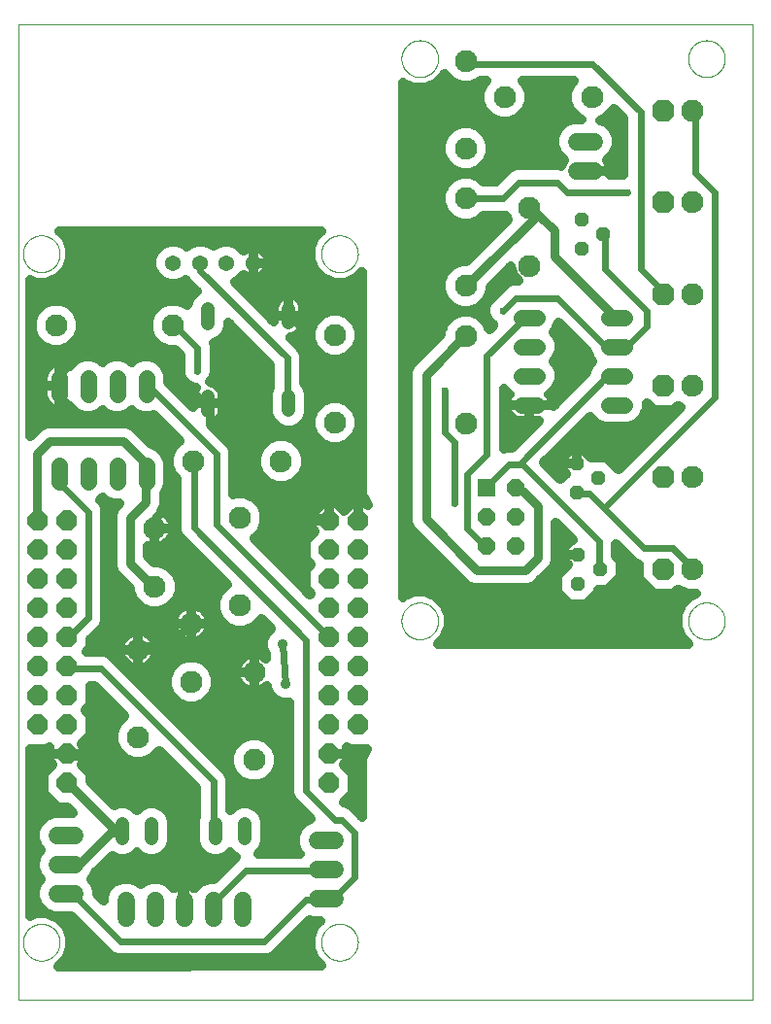
<source format=gbl>
G75*
%MOIN*%
%OFA0B0*%
%FSLAX25Y25*%
%IPPOS*%
%LPD*%
%AMOC8*
5,1,8,0,0,1.08239X$1,22.5*
%
%ADD10C,0.00000*%
%ADD11C,0.07600*%
%ADD12C,0.04800*%
%ADD13OC8,0.07000*%
%ADD14R,0.06000X0.06000*%
%ADD15OC8,0.06000*%
%ADD16C,0.06000*%
%ADD17OC8,0.07600*%
%ADD18OC8,0.04800*%
%ADD19C,0.05600*%
%ADD20C,0.05400*%
%ADD21C,0.03200*%
%ADD22C,0.02400*%
%ADD23C,0.02400*%
%ADD24C,0.03000*%
%ADD25C,0.03562*%
D10*
X0001025Y0001000D02*
X0001025Y0335646D01*
X0252994Y0335646D01*
X0252994Y0001000D01*
X0001025Y0001000D01*
X0002600Y0020685D02*
X0002602Y0020843D01*
X0002608Y0021001D01*
X0002618Y0021159D01*
X0002632Y0021317D01*
X0002650Y0021474D01*
X0002671Y0021631D01*
X0002697Y0021787D01*
X0002727Y0021943D01*
X0002760Y0022098D01*
X0002798Y0022251D01*
X0002839Y0022404D01*
X0002884Y0022556D01*
X0002933Y0022707D01*
X0002986Y0022856D01*
X0003042Y0023004D01*
X0003102Y0023150D01*
X0003166Y0023295D01*
X0003234Y0023438D01*
X0003305Y0023580D01*
X0003379Y0023720D01*
X0003457Y0023857D01*
X0003539Y0023993D01*
X0003623Y0024127D01*
X0003712Y0024258D01*
X0003803Y0024387D01*
X0003898Y0024514D01*
X0003995Y0024639D01*
X0004096Y0024761D01*
X0004200Y0024880D01*
X0004307Y0024997D01*
X0004417Y0025111D01*
X0004530Y0025222D01*
X0004645Y0025331D01*
X0004763Y0025436D01*
X0004884Y0025538D01*
X0005007Y0025638D01*
X0005133Y0025734D01*
X0005261Y0025827D01*
X0005391Y0025917D01*
X0005524Y0026003D01*
X0005659Y0026087D01*
X0005795Y0026166D01*
X0005934Y0026243D01*
X0006075Y0026315D01*
X0006217Y0026385D01*
X0006361Y0026450D01*
X0006507Y0026512D01*
X0006654Y0026570D01*
X0006803Y0026625D01*
X0006953Y0026676D01*
X0007104Y0026723D01*
X0007256Y0026766D01*
X0007409Y0026805D01*
X0007564Y0026841D01*
X0007719Y0026872D01*
X0007875Y0026900D01*
X0008031Y0026924D01*
X0008188Y0026944D01*
X0008346Y0026960D01*
X0008503Y0026972D01*
X0008662Y0026980D01*
X0008820Y0026984D01*
X0008978Y0026984D01*
X0009136Y0026980D01*
X0009295Y0026972D01*
X0009452Y0026960D01*
X0009610Y0026944D01*
X0009767Y0026924D01*
X0009923Y0026900D01*
X0010079Y0026872D01*
X0010234Y0026841D01*
X0010389Y0026805D01*
X0010542Y0026766D01*
X0010694Y0026723D01*
X0010845Y0026676D01*
X0010995Y0026625D01*
X0011144Y0026570D01*
X0011291Y0026512D01*
X0011437Y0026450D01*
X0011581Y0026385D01*
X0011723Y0026315D01*
X0011864Y0026243D01*
X0012003Y0026166D01*
X0012139Y0026087D01*
X0012274Y0026003D01*
X0012407Y0025917D01*
X0012537Y0025827D01*
X0012665Y0025734D01*
X0012791Y0025638D01*
X0012914Y0025538D01*
X0013035Y0025436D01*
X0013153Y0025331D01*
X0013268Y0025222D01*
X0013381Y0025111D01*
X0013491Y0024997D01*
X0013598Y0024880D01*
X0013702Y0024761D01*
X0013803Y0024639D01*
X0013900Y0024514D01*
X0013995Y0024387D01*
X0014086Y0024258D01*
X0014175Y0024127D01*
X0014259Y0023993D01*
X0014341Y0023857D01*
X0014419Y0023720D01*
X0014493Y0023580D01*
X0014564Y0023438D01*
X0014632Y0023295D01*
X0014696Y0023150D01*
X0014756Y0023004D01*
X0014812Y0022856D01*
X0014865Y0022707D01*
X0014914Y0022556D01*
X0014959Y0022404D01*
X0015000Y0022251D01*
X0015038Y0022098D01*
X0015071Y0021943D01*
X0015101Y0021787D01*
X0015127Y0021631D01*
X0015148Y0021474D01*
X0015166Y0021317D01*
X0015180Y0021159D01*
X0015190Y0021001D01*
X0015196Y0020843D01*
X0015198Y0020685D01*
X0015196Y0020527D01*
X0015190Y0020369D01*
X0015180Y0020211D01*
X0015166Y0020053D01*
X0015148Y0019896D01*
X0015127Y0019739D01*
X0015101Y0019583D01*
X0015071Y0019427D01*
X0015038Y0019272D01*
X0015000Y0019119D01*
X0014959Y0018966D01*
X0014914Y0018814D01*
X0014865Y0018663D01*
X0014812Y0018514D01*
X0014756Y0018366D01*
X0014696Y0018220D01*
X0014632Y0018075D01*
X0014564Y0017932D01*
X0014493Y0017790D01*
X0014419Y0017650D01*
X0014341Y0017513D01*
X0014259Y0017377D01*
X0014175Y0017243D01*
X0014086Y0017112D01*
X0013995Y0016983D01*
X0013900Y0016856D01*
X0013803Y0016731D01*
X0013702Y0016609D01*
X0013598Y0016490D01*
X0013491Y0016373D01*
X0013381Y0016259D01*
X0013268Y0016148D01*
X0013153Y0016039D01*
X0013035Y0015934D01*
X0012914Y0015832D01*
X0012791Y0015732D01*
X0012665Y0015636D01*
X0012537Y0015543D01*
X0012407Y0015453D01*
X0012274Y0015367D01*
X0012139Y0015283D01*
X0012003Y0015204D01*
X0011864Y0015127D01*
X0011723Y0015055D01*
X0011581Y0014985D01*
X0011437Y0014920D01*
X0011291Y0014858D01*
X0011144Y0014800D01*
X0010995Y0014745D01*
X0010845Y0014694D01*
X0010694Y0014647D01*
X0010542Y0014604D01*
X0010389Y0014565D01*
X0010234Y0014529D01*
X0010079Y0014498D01*
X0009923Y0014470D01*
X0009767Y0014446D01*
X0009610Y0014426D01*
X0009452Y0014410D01*
X0009295Y0014398D01*
X0009136Y0014390D01*
X0008978Y0014386D01*
X0008820Y0014386D01*
X0008662Y0014390D01*
X0008503Y0014398D01*
X0008346Y0014410D01*
X0008188Y0014426D01*
X0008031Y0014446D01*
X0007875Y0014470D01*
X0007719Y0014498D01*
X0007564Y0014529D01*
X0007409Y0014565D01*
X0007256Y0014604D01*
X0007104Y0014647D01*
X0006953Y0014694D01*
X0006803Y0014745D01*
X0006654Y0014800D01*
X0006507Y0014858D01*
X0006361Y0014920D01*
X0006217Y0014985D01*
X0006075Y0015055D01*
X0005934Y0015127D01*
X0005795Y0015204D01*
X0005659Y0015283D01*
X0005524Y0015367D01*
X0005391Y0015453D01*
X0005261Y0015543D01*
X0005133Y0015636D01*
X0005007Y0015732D01*
X0004884Y0015832D01*
X0004763Y0015934D01*
X0004645Y0016039D01*
X0004530Y0016148D01*
X0004417Y0016259D01*
X0004307Y0016373D01*
X0004200Y0016490D01*
X0004096Y0016609D01*
X0003995Y0016731D01*
X0003898Y0016856D01*
X0003803Y0016983D01*
X0003712Y0017112D01*
X0003623Y0017243D01*
X0003539Y0017377D01*
X0003457Y0017513D01*
X0003379Y0017650D01*
X0003305Y0017790D01*
X0003234Y0017932D01*
X0003166Y0018075D01*
X0003102Y0018220D01*
X0003042Y0018366D01*
X0002986Y0018514D01*
X0002933Y0018663D01*
X0002884Y0018814D01*
X0002839Y0018966D01*
X0002798Y0019119D01*
X0002760Y0019272D01*
X0002727Y0019427D01*
X0002697Y0019583D01*
X0002671Y0019739D01*
X0002650Y0019896D01*
X0002632Y0020053D01*
X0002618Y0020211D01*
X0002608Y0020369D01*
X0002602Y0020527D01*
X0002600Y0020685D01*
X0104962Y0020685D02*
X0104964Y0020843D01*
X0104970Y0021001D01*
X0104980Y0021159D01*
X0104994Y0021317D01*
X0105012Y0021474D01*
X0105033Y0021631D01*
X0105059Y0021787D01*
X0105089Y0021943D01*
X0105122Y0022098D01*
X0105160Y0022251D01*
X0105201Y0022404D01*
X0105246Y0022556D01*
X0105295Y0022707D01*
X0105348Y0022856D01*
X0105404Y0023004D01*
X0105464Y0023150D01*
X0105528Y0023295D01*
X0105596Y0023438D01*
X0105667Y0023580D01*
X0105741Y0023720D01*
X0105819Y0023857D01*
X0105901Y0023993D01*
X0105985Y0024127D01*
X0106074Y0024258D01*
X0106165Y0024387D01*
X0106260Y0024514D01*
X0106357Y0024639D01*
X0106458Y0024761D01*
X0106562Y0024880D01*
X0106669Y0024997D01*
X0106779Y0025111D01*
X0106892Y0025222D01*
X0107007Y0025331D01*
X0107125Y0025436D01*
X0107246Y0025538D01*
X0107369Y0025638D01*
X0107495Y0025734D01*
X0107623Y0025827D01*
X0107753Y0025917D01*
X0107886Y0026003D01*
X0108021Y0026087D01*
X0108157Y0026166D01*
X0108296Y0026243D01*
X0108437Y0026315D01*
X0108579Y0026385D01*
X0108723Y0026450D01*
X0108869Y0026512D01*
X0109016Y0026570D01*
X0109165Y0026625D01*
X0109315Y0026676D01*
X0109466Y0026723D01*
X0109618Y0026766D01*
X0109771Y0026805D01*
X0109926Y0026841D01*
X0110081Y0026872D01*
X0110237Y0026900D01*
X0110393Y0026924D01*
X0110550Y0026944D01*
X0110708Y0026960D01*
X0110865Y0026972D01*
X0111024Y0026980D01*
X0111182Y0026984D01*
X0111340Y0026984D01*
X0111498Y0026980D01*
X0111657Y0026972D01*
X0111814Y0026960D01*
X0111972Y0026944D01*
X0112129Y0026924D01*
X0112285Y0026900D01*
X0112441Y0026872D01*
X0112596Y0026841D01*
X0112751Y0026805D01*
X0112904Y0026766D01*
X0113056Y0026723D01*
X0113207Y0026676D01*
X0113357Y0026625D01*
X0113506Y0026570D01*
X0113653Y0026512D01*
X0113799Y0026450D01*
X0113943Y0026385D01*
X0114085Y0026315D01*
X0114226Y0026243D01*
X0114365Y0026166D01*
X0114501Y0026087D01*
X0114636Y0026003D01*
X0114769Y0025917D01*
X0114899Y0025827D01*
X0115027Y0025734D01*
X0115153Y0025638D01*
X0115276Y0025538D01*
X0115397Y0025436D01*
X0115515Y0025331D01*
X0115630Y0025222D01*
X0115743Y0025111D01*
X0115853Y0024997D01*
X0115960Y0024880D01*
X0116064Y0024761D01*
X0116165Y0024639D01*
X0116262Y0024514D01*
X0116357Y0024387D01*
X0116448Y0024258D01*
X0116537Y0024127D01*
X0116621Y0023993D01*
X0116703Y0023857D01*
X0116781Y0023720D01*
X0116855Y0023580D01*
X0116926Y0023438D01*
X0116994Y0023295D01*
X0117058Y0023150D01*
X0117118Y0023004D01*
X0117174Y0022856D01*
X0117227Y0022707D01*
X0117276Y0022556D01*
X0117321Y0022404D01*
X0117362Y0022251D01*
X0117400Y0022098D01*
X0117433Y0021943D01*
X0117463Y0021787D01*
X0117489Y0021631D01*
X0117510Y0021474D01*
X0117528Y0021317D01*
X0117542Y0021159D01*
X0117552Y0021001D01*
X0117558Y0020843D01*
X0117560Y0020685D01*
X0117558Y0020527D01*
X0117552Y0020369D01*
X0117542Y0020211D01*
X0117528Y0020053D01*
X0117510Y0019896D01*
X0117489Y0019739D01*
X0117463Y0019583D01*
X0117433Y0019427D01*
X0117400Y0019272D01*
X0117362Y0019119D01*
X0117321Y0018966D01*
X0117276Y0018814D01*
X0117227Y0018663D01*
X0117174Y0018514D01*
X0117118Y0018366D01*
X0117058Y0018220D01*
X0116994Y0018075D01*
X0116926Y0017932D01*
X0116855Y0017790D01*
X0116781Y0017650D01*
X0116703Y0017513D01*
X0116621Y0017377D01*
X0116537Y0017243D01*
X0116448Y0017112D01*
X0116357Y0016983D01*
X0116262Y0016856D01*
X0116165Y0016731D01*
X0116064Y0016609D01*
X0115960Y0016490D01*
X0115853Y0016373D01*
X0115743Y0016259D01*
X0115630Y0016148D01*
X0115515Y0016039D01*
X0115397Y0015934D01*
X0115276Y0015832D01*
X0115153Y0015732D01*
X0115027Y0015636D01*
X0114899Y0015543D01*
X0114769Y0015453D01*
X0114636Y0015367D01*
X0114501Y0015283D01*
X0114365Y0015204D01*
X0114226Y0015127D01*
X0114085Y0015055D01*
X0113943Y0014985D01*
X0113799Y0014920D01*
X0113653Y0014858D01*
X0113506Y0014800D01*
X0113357Y0014745D01*
X0113207Y0014694D01*
X0113056Y0014647D01*
X0112904Y0014604D01*
X0112751Y0014565D01*
X0112596Y0014529D01*
X0112441Y0014498D01*
X0112285Y0014470D01*
X0112129Y0014446D01*
X0111972Y0014426D01*
X0111814Y0014410D01*
X0111657Y0014398D01*
X0111498Y0014390D01*
X0111340Y0014386D01*
X0111182Y0014386D01*
X0111024Y0014390D01*
X0110865Y0014398D01*
X0110708Y0014410D01*
X0110550Y0014426D01*
X0110393Y0014446D01*
X0110237Y0014470D01*
X0110081Y0014498D01*
X0109926Y0014529D01*
X0109771Y0014565D01*
X0109618Y0014604D01*
X0109466Y0014647D01*
X0109315Y0014694D01*
X0109165Y0014745D01*
X0109016Y0014800D01*
X0108869Y0014858D01*
X0108723Y0014920D01*
X0108579Y0014985D01*
X0108437Y0015055D01*
X0108296Y0015127D01*
X0108157Y0015204D01*
X0108021Y0015283D01*
X0107886Y0015367D01*
X0107753Y0015453D01*
X0107623Y0015543D01*
X0107495Y0015636D01*
X0107369Y0015732D01*
X0107246Y0015832D01*
X0107125Y0015934D01*
X0107007Y0016039D01*
X0106892Y0016148D01*
X0106779Y0016259D01*
X0106669Y0016373D01*
X0106562Y0016490D01*
X0106458Y0016609D01*
X0106357Y0016731D01*
X0106260Y0016856D01*
X0106165Y0016983D01*
X0106074Y0017112D01*
X0105985Y0017243D01*
X0105901Y0017377D01*
X0105819Y0017513D01*
X0105741Y0017650D01*
X0105667Y0017790D01*
X0105596Y0017932D01*
X0105528Y0018075D01*
X0105464Y0018220D01*
X0105404Y0018366D01*
X0105348Y0018514D01*
X0105295Y0018663D01*
X0105246Y0018814D01*
X0105201Y0018966D01*
X0105160Y0019119D01*
X0105122Y0019272D01*
X0105089Y0019427D01*
X0105059Y0019583D01*
X0105033Y0019739D01*
X0105012Y0019896D01*
X0104994Y0020053D01*
X0104980Y0020211D01*
X0104970Y0020369D01*
X0104964Y0020527D01*
X0104962Y0020685D01*
X0132521Y0130921D02*
X0132523Y0131079D01*
X0132529Y0131237D01*
X0132539Y0131395D01*
X0132553Y0131553D01*
X0132571Y0131710D01*
X0132592Y0131867D01*
X0132618Y0132023D01*
X0132648Y0132179D01*
X0132681Y0132334D01*
X0132719Y0132487D01*
X0132760Y0132640D01*
X0132805Y0132792D01*
X0132854Y0132943D01*
X0132907Y0133092D01*
X0132963Y0133240D01*
X0133023Y0133386D01*
X0133087Y0133531D01*
X0133155Y0133674D01*
X0133226Y0133816D01*
X0133300Y0133956D01*
X0133378Y0134093D01*
X0133460Y0134229D01*
X0133544Y0134363D01*
X0133633Y0134494D01*
X0133724Y0134623D01*
X0133819Y0134750D01*
X0133916Y0134875D01*
X0134017Y0134997D01*
X0134121Y0135116D01*
X0134228Y0135233D01*
X0134338Y0135347D01*
X0134451Y0135458D01*
X0134566Y0135567D01*
X0134684Y0135672D01*
X0134805Y0135774D01*
X0134928Y0135874D01*
X0135054Y0135970D01*
X0135182Y0136063D01*
X0135312Y0136153D01*
X0135445Y0136239D01*
X0135580Y0136323D01*
X0135716Y0136402D01*
X0135855Y0136479D01*
X0135996Y0136551D01*
X0136138Y0136621D01*
X0136282Y0136686D01*
X0136428Y0136748D01*
X0136575Y0136806D01*
X0136724Y0136861D01*
X0136874Y0136912D01*
X0137025Y0136959D01*
X0137177Y0137002D01*
X0137330Y0137041D01*
X0137485Y0137077D01*
X0137640Y0137108D01*
X0137796Y0137136D01*
X0137952Y0137160D01*
X0138109Y0137180D01*
X0138267Y0137196D01*
X0138424Y0137208D01*
X0138583Y0137216D01*
X0138741Y0137220D01*
X0138899Y0137220D01*
X0139057Y0137216D01*
X0139216Y0137208D01*
X0139373Y0137196D01*
X0139531Y0137180D01*
X0139688Y0137160D01*
X0139844Y0137136D01*
X0140000Y0137108D01*
X0140155Y0137077D01*
X0140310Y0137041D01*
X0140463Y0137002D01*
X0140615Y0136959D01*
X0140766Y0136912D01*
X0140916Y0136861D01*
X0141065Y0136806D01*
X0141212Y0136748D01*
X0141358Y0136686D01*
X0141502Y0136621D01*
X0141644Y0136551D01*
X0141785Y0136479D01*
X0141924Y0136402D01*
X0142060Y0136323D01*
X0142195Y0136239D01*
X0142328Y0136153D01*
X0142458Y0136063D01*
X0142586Y0135970D01*
X0142712Y0135874D01*
X0142835Y0135774D01*
X0142956Y0135672D01*
X0143074Y0135567D01*
X0143189Y0135458D01*
X0143302Y0135347D01*
X0143412Y0135233D01*
X0143519Y0135116D01*
X0143623Y0134997D01*
X0143724Y0134875D01*
X0143821Y0134750D01*
X0143916Y0134623D01*
X0144007Y0134494D01*
X0144096Y0134363D01*
X0144180Y0134229D01*
X0144262Y0134093D01*
X0144340Y0133956D01*
X0144414Y0133816D01*
X0144485Y0133674D01*
X0144553Y0133531D01*
X0144617Y0133386D01*
X0144677Y0133240D01*
X0144733Y0133092D01*
X0144786Y0132943D01*
X0144835Y0132792D01*
X0144880Y0132640D01*
X0144921Y0132487D01*
X0144959Y0132334D01*
X0144992Y0132179D01*
X0145022Y0132023D01*
X0145048Y0131867D01*
X0145069Y0131710D01*
X0145087Y0131553D01*
X0145101Y0131395D01*
X0145111Y0131237D01*
X0145117Y0131079D01*
X0145119Y0130921D01*
X0145117Y0130763D01*
X0145111Y0130605D01*
X0145101Y0130447D01*
X0145087Y0130289D01*
X0145069Y0130132D01*
X0145048Y0129975D01*
X0145022Y0129819D01*
X0144992Y0129663D01*
X0144959Y0129508D01*
X0144921Y0129355D01*
X0144880Y0129202D01*
X0144835Y0129050D01*
X0144786Y0128899D01*
X0144733Y0128750D01*
X0144677Y0128602D01*
X0144617Y0128456D01*
X0144553Y0128311D01*
X0144485Y0128168D01*
X0144414Y0128026D01*
X0144340Y0127886D01*
X0144262Y0127749D01*
X0144180Y0127613D01*
X0144096Y0127479D01*
X0144007Y0127348D01*
X0143916Y0127219D01*
X0143821Y0127092D01*
X0143724Y0126967D01*
X0143623Y0126845D01*
X0143519Y0126726D01*
X0143412Y0126609D01*
X0143302Y0126495D01*
X0143189Y0126384D01*
X0143074Y0126275D01*
X0142956Y0126170D01*
X0142835Y0126068D01*
X0142712Y0125968D01*
X0142586Y0125872D01*
X0142458Y0125779D01*
X0142328Y0125689D01*
X0142195Y0125603D01*
X0142060Y0125519D01*
X0141924Y0125440D01*
X0141785Y0125363D01*
X0141644Y0125291D01*
X0141502Y0125221D01*
X0141358Y0125156D01*
X0141212Y0125094D01*
X0141065Y0125036D01*
X0140916Y0124981D01*
X0140766Y0124930D01*
X0140615Y0124883D01*
X0140463Y0124840D01*
X0140310Y0124801D01*
X0140155Y0124765D01*
X0140000Y0124734D01*
X0139844Y0124706D01*
X0139688Y0124682D01*
X0139531Y0124662D01*
X0139373Y0124646D01*
X0139216Y0124634D01*
X0139057Y0124626D01*
X0138899Y0124622D01*
X0138741Y0124622D01*
X0138583Y0124626D01*
X0138424Y0124634D01*
X0138267Y0124646D01*
X0138109Y0124662D01*
X0137952Y0124682D01*
X0137796Y0124706D01*
X0137640Y0124734D01*
X0137485Y0124765D01*
X0137330Y0124801D01*
X0137177Y0124840D01*
X0137025Y0124883D01*
X0136874Y0124930D01*
X0136724Y0124981D01*
X0136575Y0125036D01*
X0136428Y0125094D01*
X0136282Y0125156D01*
X0136138Y0125221D01*
X0135996Y0125291D01*
X0135855Y0125363D01*
X0135716Y0125440D01*
X0135580Y0125519D01*
X0135445Y0125603D01*
X0135312Y0125689D01*
X0135182Y0125779D01*
X0135054Y0125872D01*
X0134928Y0125968D01*
X0134805Y0126068D01*
X0134684Y0126170D01*
X0134566Y0126275D01*
X0134451Y0126384D01*
X0134338Y0126495D01*
X0134228Y0126609D01*
X0134121Y0126726D01*
X0134017Y0126845D01*
X0133916Y0126967D01*
X0133819Y0127092D01*
X0133724Y0127219D01*
X0133633Y0127348D01*
X0133544Y0127479D01*
X0133460Y0127613D01*
X0133378Y0127749D01*
X0133300Y0127886D01*
X0133226Y0128026D01*
X0133155Y0128168D01*
X0133087Y0128311D01*
X0133023Y0128456D01*
X0132963Y0128602D01*
X0132907Y0128750D01*
X0132854Y0128899D01*
X0132805Y0129050D01*
X0132760Y0129202D01*
X0132719Y0129355D01*
X0132681Y0129508D01*
X0132648Y0129663D01*
X0132618Y0129819D01*
X0132592Y0129975D01*
X0132571Y0130132D01*
X0132553Y0130289D01*
X0132539Y0130447D01*
X0132529Y0130605D01*
X0132523Y0130763D01*
X0132521Y0130921D01*
X0104962Y0256906D02*
X0104964Y0257064D01*
X0104970Y0257222D01*
X0104980Y0257380D01*
X0104994Y0257538D01*
X0105012Y0257695D01*
X0105033Y0257852D01*
X0105059Y0258008D01*
X0105089Y0258164D01*
X0105122Y0258319D01*
X0105160Y0258472D01*
X0105201Y0258625D01*
X0105246Y0258777D01*
X0105295Y0258928D01*
X0105348Y0259077D01*
X0105404Y0259225D01*
X0105464Y0259371D01*
X0105528Y0259516D01*
X0105596Y0259659D01*
X0105667Y0259801D01*
X0105741Y0259941D01*
X0105819Y0260078D01*
X0105901Y0260214D01*
X0105985Y0260348D01*
X0106074Y0260479D01*
X0106165Y0260608D01*
X0106260Y0260735D01*
X0106357Y0260860D01*
X0106458Y0260982D01*
X0106562Y0261101D01*
X0106669Y0261218D01*
X0106779Y0261332D01*
X0106892Y0261443D01*
X0107007Y0261552D01*
X0107125Y0261657D01*
X0107246Y0261759D01*
X0107369Y0261859D01*
X0107495Y0261955D01*
X0107623Y0262048D01*
X0107753Y0262138D01*
X0107886Y0262224D01*
X0108021Y0262308D01*
X0108157Y0262387D01*
X0108296Y0262464D01*
X0108437Y0262536D01*
X0108579Y0262606D01*
X0108723Y0262671D01*
X0108869Y0262733D01*
X0109016Y0262791D01*
X0109165Y0262846D01*
X0109315Y0262897D01*
X0109466Y0262944D01*
X0109618Y0262987D01*
X0109771Y0263026D01*
X0109926Y0263062D01*
X0110081Y0263093D01*
X0110237Y0263121D01*
X0110393Y0263145D01*
X0110550Y0263165D01*
X0110708Y0263181D01*
X0110865Y0263193D01*
X0111024Y0263201D01*
X0111182Y0263205D01*
X0111340Y0263205D01*
X0111498Y0263201D01*
X0111657Y0263193D01*
X0111814Y0263181D01*
X0111972Y0263165D01*
X0112129Y0263145D01*
X0112285Y0263121D01*
X0112441Y0263093D01*
X0112596Y0263062D01*
X0112751Y0263026D01*
X0112904Y0262987D01*
X0113056Y0262944D01*
X0113207Y0262897D01*
X0113357Y0262846D01*
X0113506Y0262791D01*
X0113653Y0262733D01*
X0113799Y0262671D01*
X0113943Y0262606D01*
X0114085Y0262536D01*
X0114226Y0262464D01*
X0114365Y0262387D01*
X0114501Y0262308D01*
X0114636Y0262224D01*
X0114769Y0262138D01*
X0114899Y0262048D01*
X0115027Y0261955D01*
X0115153Y0261859D01*
X0115276Y0261759D01*
X0115397Y0261657D01*
X0115515Y0261552D01*
X0115630Y0261443D01*
X0115743Y0261332D01*
X0115853Y0261218D01*
X0115960Y0261101D01*
X0116064Y0260982D01*
X0116165Y0260860D01*
X0116262Y0260735D01*
X0116357Y0260608D01*
X0116448Y0260479D01*
X0116537Y0260348D01*
X0116621Y0260214D01*
X0116703Y0260078D01*
X0116781Y0259941D01*
X0116855Y0259801D01*
X0116926Y0259659D01*
X0116994Y0259516D01*
X0117058Y0259371D01*
X0117118Y0259225D01*
X0117174Y0259077D01*
X0117227Y0258928D01*
X0117276Y0258777D01*
X0117321Y0258625D01*
X0117362Y0258472D01*
X0117400Y0258319D01*
X0117433Y0258164D01*
X0117463Y0258008D01*
X0117489Y0257852D01*
X0117510Y0257695D01*
X0117528Y0257538D01*
X0117542Y0257380D01*
X0117552Y0257222D01*
X0117558Y0257064D01*
X0117560Y0256906D01*
X0117558Y0256748D01*
X0117552Y0256590D01*
X0117542Y0256432D01*
X0117528Y0256274D01*
X0117510Y0256117D01*
X0117489Y0255960D01*
X0117463Y0255804D01*
X0117433Y0255648D01*
X0117400Y0255493D01*
X0117362Y0255340D01*
X0117321Y0255187D01*
X0117276Y0255035D01*
X0117227Y0254884D01*
X0117174Y0254735D01*
X0117118Y0254587D01*
X0117058Y0254441D01*
X0116994Y0254296D01*
X0116926Y0254153D01*
X0116855Y0254011D01*
X0116781Y0253871D01*
X0116703Y0253734D01*
X0116621Y0253598D01*
X0116537Y0253464D01*
X0116448Y0253333D01*
X0116357Y0253204D01*
X0116262Y0253077D01*
X0116165Y0252952D01*
X0116064Y0252830D01*
X0115960Y0252711D01*
X0115853Y0252594D01*
X0115743Y0252480D01*
X0115630Y0252369D01*
X0115515Y0252260D01*
X0115397Y0252155D01*
X0115276Y0252053D01*
X0115153Y0251953D01*
X0115027Y0251857D01*
X0114899Y0251764D01*
X0114769Y0251674D01*
X0114636Y0251588D01*
X0114501Y0251504D01*
X0114365Y0251425D01*
X0114226Y0251348D01*
X0114085Y0251276D01*
X0113943Y0251206D01*
X0113799Y0251141D01*
X0113653Y0251079D01*
X0113506Y0251021D01*
X0113357Y0250966D01*
X0113207Y0250915D01*
X0113056Y0250868D01*
X0112904Y0250825D01*
X0112751Y0250786D01*
X0112596Y0250750D01*
X0112441Y0250719D01*
X0112285Y0250691D01*
X0112129Y0250667D01*
X0111972Y0250647D01*
X0111814Y0250631D01*
X0111657Y0250619D01*
X0111498Y0250611D01*
X0111340Y0250607D01*
X0111182Y0250607D01*
X0111024Y0250611D01*
X0110865Y0250619D01*
X0110708Y0250631D01*
X0110550Y0250647D01*
X0110393Y0250667D01*
X0110237Y0250691D01*
X0110081Y0250719D01*
X0109926Y0250750D01*
X0109771Y0250786D01*
X0109618Y0250825D01*
X0109466Y0250868D01*
X0109315Y0250915D01*
X0109165Y0250966D01*
X0109016Y0251021D01*
X0108869Y0251079D01*
X0108723Y0251141D01*
X0108579Y0251206D01*
X0108437Y0251276D01*
X0108296Y0251348D01*
X0108157Y0251425D01*
X0108021Y0251504D01*
X0107886Y0251588D01*
X0107753Y0251674D01*
X0107623Y0251764D01*
X0107495Y0251857D01*
X0107369Y0251953D01*
X0107246Y0252053D01*
X0107125Y0252155D01*
X0107007Y0252260D01*
X0106892Y0252369D01*
X0106779Y0252480D01*
X0106669Y0252594D01*
X0106562Y0252711D01*
X0106458Y0252830D01*
X0106357Y0252952D01*
X0106260Y0253077D01*
X0106165Y0253204D01*
X0106074Y0253333D01*
X0105985Y0253464D01*
X0105901Y0253598D01*
X0105819Y0253734D01*
X0105741Y0253871D01*
X0105667Y0254011D01*
X0105596Y0254153D01*
X0105528Y0254296D01*
X0105464Y0254441D01*
X0105404Y0254587D01*
X0105348Y0254735D01*
X0105295Y0254884D01*
X0105246Y0255035D01*
X0105201Y0255187D01*
X0105160Y0255340D01*
X0105122Y0255493D01*
X0105089Y0255648D01*
X0105059Y0255804D01*
X0105033Y0255960D01*
X0105012Y0256117D01*
X0104994Y0256274D01*
X0104980Y0256432D01*
X0104970Y0256590D01*
X0104964Y0256748D01*
X0104962Y0256906D01*
X0132521Y0323835D02*
X0132523Y0323993D01*
X0132529Y0324151D01*
X0132539Y0324309D01*
X0132553Y0324467D01*
X0132571Y0324624D01*
X0132592Y0324781D01*
X0132618Y0324937D01*
X0132648Y0325093D01*
X0132681Y0325248D01*
X0132719Y0325401D01*
X0132760Y0325554D01*
X0132805Y0325706D01*
X0132854Y0325857D01*
X0132907Y0326006D01*
X0132963Y0326154D01*
X0133023Y0326300D01*
X0133087Y0326445D01*
X0133155Y0326588D01*
X0133226Y0326730D01*
X0133300Y0326870D01*
X0133378Y0327007D01*
X0133460Y0327143D01*
X0133544Y0327277D01*
X0133633Y0327408D01*
X0133724Y0327537D01*
X0133819Y0327664D01*
X0133916Y0327789D01*
X0134017Y0327911D01*
X0134121Y0328030D01*
X0134228Y0328147D01*
X0134338Y0328261D01*
X0134451Y0328372D01*
X0134566Y0328481D01*
X0134684Y0328586D01*
X0134805Y0328688D01*
X0134928Y0328788D01*
X0135054Y0328884D01*
X0135182Y0328977D01*
X0135312Y0329067D01*
X0135445Y0329153D01*
X0135580Y0329237D01*
X0135716Y0329316D01*
X0135855Y0329393D01*
X0135996Y0329465D01*
X0136138Y0329535D01*
X0136282Y0329600D01*
X0136428Y0329662D01*
X0136575Y0329720D01*
X0136724Y0329775D01*
X0136874Y0329826D01*
X0137025Y0329873D01*
X0137177Y0329916D01*
X0137330Y0329955D01*
X0137485Y0329991D01*
X0137640Y0330022D01*
X0137796Y0330050D01*
X0137952Y0330074D01*
X0138109Y0330094D01*
X0138267Y0330110D01*
X0138424Y0330122D01*
X0138583Y0330130D01*
X0138741Y0330134D01*
X0138899Y0330134D01*
X0139057Y0330130D01*
X0139216Y0330122D01*
X0139373Y0330110D01*
X0139531Y0330094D01*
X0139688Y0330074D01*
X0139844Y0330050D01*
X0140000Y0330022D01*
X0140155Y0329991D01*
X0140310Y0329955D01*
X0140463Y0329916D01*
X0140615Y0329873D01*
X0140766Y0329826D01*
X0140916Y0329775D01*
X0141065Y0329720D01*
X0141212Y0329662D01*
X0141358Y0329600D01*
X0141502Y0329535D01*
X0141644Y0329465D01*
X0141785Y0329393D01*
X0141924Y0329316D01*
X0142060Y0329237D01*
X0142195Y0329153D01*
X0142328Y0329067D01*
X0142458Y0328977D01*
X0142586Y0328884D01*
X0142712Y0328788D01*
X0142835Y0328688D01*
X0142956Y0328586D01*
X0143074Y0328481D01*
X0143189Y0328372D01*
X0143302Y0328261D01*
X0143412Y0328147D01*
X0143519Y0328030D01*
X0143623Y0327911D01*
X0143724Y0327789D01*
X0143821Y0327664D01*
X0143916Y0327537D01*
X0144007Y0327408D01*
X0144096Y0327277D01*
X0144180Y0327143D01*
X0144262Y0327007D01*
X0144340Y0326870D01*
X0144414Y0326730D01*
X0144485Y0326588D01*
X0144553Y0326445D01*
X0144617Y0326300D01*
X0144677Y0326154D01*
X0144733Y0326006D01*
X0144786Y0325857D01*
X0144835Y0325706D01*
X0144880Y0325554D01*
X0144921Y0325401D01*
X0144959Y0325248D01*
X0144992Y0325093D01*
X0145022Y0324937D01*
X0145048Y0324781D01*
X0145069Y0324624D01*
X0145087Y0324467D01*
X0145101Y0324309D01*
X0145111Y0324151D01*
X0145117Y0323993D01*
X0145119Y0323835D01*
X0145117Y0323677D01*
X0145111Y0323519D01*
X0145101Y0323361D01*
X0145087Y0323203D01*
X0145069Y0323046D01*
X0145048Y0322889D01*
X0145022Y0322733D01*
X0144992Y0322577D01*
X0144959Y0322422D01*
X0144921Y0322269D01*
X0144880Y0322116D01*
X0144835Y0321964D01*
X0144786Y0321813D01*
X0144733Y0321664D01*
X0144677Y0321516D01*
X0144617Y0321370D01*
X0144553Y0321225D01*
X0144485Y0321082D01*
X0144414Y0320940D01*
X0144340Y0320800D01*
X0144262Y0320663D01*
X0144180Y0320527D01*
X0144096Y0320393D01*
X0144007Y0320262D01*
X0143916Y0320133D01*
X0143821Y0320006D01*
X0143724Y0319881D01*
X0143623Y0319759D01*
X0143519Y0319640D01*
X0143412Y0319523D01*
X0143302Y0319409D01*
X0143189Y0319298D01*
X0143074Y0319189D01*
X0142956Y0319084D01*
X0142835Y0318982D01*
X0142712Y0318882D01*
X0142586Y0318786D01*
X0142458Y0318693D01*
X0142328Y0318603D01*
X0142195Y0318517D01*
X0142060Y0318433D01*
X0141924Y0318354D01*
X0141785Y0318277D01*
X0141644Y0318205D01*
X0141502Y0318135D01*
X0141358Y0318070D01*
X0141212Y0318008D01*
X0141065Y0317950D01*
X0140916Y0317895D01*
X0140766Y0317844D01*
X0140615Y0317797D01*
X0140463Y0317754D01*
X0140310Y0317715D01*
X0140155Y0317679D01*
X0140000Y0317648D01*
X0139844Y0317620D01*
X0139688Y0317596D01*
X0139531Y0317576D01*
X0139373Y0317560D01*
X0139216Y0317548D01*
X0139057Y0317540D01*
X0138899Y0317536D01*
X0138741Y0317536D01*
X0138583Y0317540D01*
X0138424Y0317548D01*
X0138267Y0317560D01*
X0138109Y0317576D01*
X0137952Y0317596D01*
X0137796Y0317620D01*
X0137640Y0317648D01*
X0137485Y0317679D01*
X0137330Y0317715D01*
X0137177Y0317754D01*
X0137025Y0317797D01*
X0136874Y0317844D01*
X0136724Y0317895D01*
X0136575Y0317950D01*
X0136428Y0318008D01*
X0136282Y0318070D01*
X0136138Y0318135D01*
X0135996Y0318205D01*
X0135855Y0318277D01*
X0135716Y0318354D01*
X0135580Y0318433D01*
X0135445Y0318517D01*
X0135312Y0318603D01*
X0135182Y0318693D01*
X0135054Y0318786D01*
X0134928Y0318882D01*
X0134805Y0318982D01*
X0134684Y0319084D01*
X0134566Y0319189D01*
X0134451Y0319298D01*
X0134338Y0319409D01*
X0134228Y0319523D01*
X0134121Y0319640D01*
X0134017Y0319759D01*
X0133916Y0319881D01*
X0133819Y0320006D01*
X0133724Y0320133D01*
X0133633Y0320262D01*
X0133544Y0320393D01*
X0133460Y0320527D01*
X0133378Y0320663D01*
X0133300Y0320800D01*
X0133226Y0320940D01*
X0133155Y0321082D01*
X0133087Y0321225D01*
X0133023Y0321370D01*
X0132963Y0321516D01*
X0132907Y0321664D01*
X0132854Y0321813D01*
X0132805Y0321964D01*
X0132760Y0322116D01*
X0132719Y0322269D01*
X0132681Y0322422D01*
X0132648Y0322577D01*
X0132618Y0322733D01*
X0132592Y0322889D01*
X0132571Y0323046D01*
X0132553Y0323203D01*
X0132539Y0323361D01*
X0132529Y0323519D01*
X0132523Y0323677D01*
X0132521Y0323835D01*
X0230947Y0323835D02*
X0230949Y0323993D01*
X0230955Y0324151D01*
X0230965Y0324309D01*
X0230979Y0324467D01*
X0230997Y0324624D01*
X0231018Y0324781D01*
X0231044Y0324937D01*
X0231074Y0325093D01*
X0231107Y0325248D01*
X0231145Y0325401D01*
X0231186Y0325554D01*
X0231231Y0325706D01*
X0231280Y0325857D01*
X0231333Y0326006D01*
X0231389Y0326154D01*
X0231449Y0326300D01*
X0231513Y0326445D01*
X0231581Y0326588D01*
X0231652Y0326730D01*
X0231726Y0326870D01*
X0231804Y0327007D01*
X0231886Y0327143D01*
X0231970Y0327277D01*
X0232059Y0327408D01*
X0232150Y0327537D01*
X0232245Y0327664D01*
X0232342Y0327789D01*
X0232443Y0327911D01*
X0232547Y0328030D01*
X0232654Y0328147D01*
X0232764Y0328261D01*
X0232877Y0328372D01*
X0232992Y0328481D01*
X0233110Y0328586D01*
X0233231Y0328688D01*
X0233354Y0328788D01*
X0233480Y0328884D01*
X0233608Y0328977D01*
X0233738Y0329067D01*
X0233871Y0329153D01*
X0234006Y0329237D01*
X0234142Y0329316D01*
X0234281Y0329393D01*
X0234422Y0329465D01*
X0234564Y0329535D01*
X0234708Y0329600D01*
X0234854Y0329662D01*
X0235001Y0329720D01*
X0235150Y0329775D01*
X0235300Y0329826D01*
X0235451Y0329873D01*
X0235603Y0329916D01*
X0235756Y0329955D01*
X0235911Y0329991D01*
X0236066Y0330022D01*
X0236222Y0330050D01*
X0236378Y0330074D01*
X0236535Y0330094D01*
X0236693Y0330110D01*
X0236850Y0330122D01*
X0237009Y0330130D01*
X0237167Y0330134D01*
X0237325Y0330134D01*
X0237483Y0330130D01*
X0237642Y0330122D01*
X0237799Y0330110D01*
X0237957Y0330094D01*
X0238114Y0330074D01*
X0238270Y0330050D01*
X0238426Y0330022D01*
X0238581Y0329991D01*
X0238736Y0329955D01*
X0238889Y0329916D01*
X0239041Y0329873D01*
X0239192Y0329826D01*
X0239342Y0329775D01*
X0239491Y0329720D01*
X0239638Y0329662D01*
X0239784Y0329600D01*
X0239928Y0329535D01*
X0240070Y0329465D01*
X0240211Y0329393D01*
X0240350Y0329316D01*
X0240486Y0329237D01*
X0240621Y0329153D01*
X0240754Y0329067D01*
X0240884Y0328977D01*
X0241012Y0328884D01*
X0241138Y0328788D01*
X0241261Y0328688D01*
X0241382Y0328586D01*
X0241500Y0328481D01*
X0241615Y0328372D01*
X0241728Y0328261D01*
X0241838Y0328147D01*
X0241945Y0328030D01*
X0242049Y0327911D01*
X0242150Y0327789D01*
X0242247Y0327664D01*
X0242342Y0327537D01*
X0242433Y0327408D01*
X0242522Y0327277D01*
X0242606Y0327143D01*
X0242688Y0327007D01*
X0242766Y0326870D01*
X0242840Y0326730D01*
X0242911Y0326588D01*
X0242979Y0326445D01*
X0243043Y0326300D01*
X0243103Y0326154D01*
X0243159Y0326006D01*
X0243212Y0325857D01*
X0243261Y0325706D01*
X0243306Y0325554D01*
X0243347Y0325401D01*
X0243385Y0325248D01*
X0243418Y0325093D01*
X0243448Y0324937D01*
X0243474Y0324781D01*
X0243495Y0324624D01*
X0243513Y0324467D01*
X0243527Y0324309D01*
X0243537Y0324151D01*
X0243543Y0323993D01*
X0243545Y0323835D01*
X0243543Y0323677D01*
X0243537Y0323519D01*
X0243527Y0323361D01*
X0243513Y0323203D01*
X0243495Y0323046D01*
X0243474Y0322889D01*
X0243448Y0322733D01*
X0243418Y0322577D01*
X0243385Y0322422D01*
X0243347Y0322269D01*
X0243306Y0322116D01*
X0243261Y0321964D01*
X0243212Y0321813D01*
X0243159Y0321664D01*
X0243103Y0321516D01*
X0243043Y0321370D01*
X0242979Y0321225D01*
X0242911Y0321082D01*
X0242840Y0320940D01*
X0242766Y0320800D01*
X0242688Y0320663D01*
X0242606Y0320527D01*
X0242522Y0320393D01*
X0242433Y0320262D01*
X0242342Y0320133D01*
X0242247Y0320006D01*
X0242150Y0319881D01*
X0242049Y0319759D01*
X0241945Y0319640D01*
X0241838Y0319523D01*
X0241728Y0319409D01*
X0241615Y0319298D01*
X0241500Y0319189D01*
X0241382Y0319084D01*
X0241261Y0318982D01*
X0241138Y0318882D01*
X0241012Y0318786D01*
X0240884Y0318693D01*
X0240754Y0318603D01*
X0240621Y0318517D01*
X0240486Y0318433D01*
X0240350Y0318354D01*
X0240211Y0318277D01*
X0240070Y0318205D01*
X0239928Y0318135D01*
X0239784Y0318070D01*
X0239638Y0318008D01*
X0239491Y0317950D01*
X0239342Y0317895D01*
X0239192Y0317844D01*
X0239041Y0317797D01*
X0238889Y0317754D01*
X0238736Y0317715D01*
X0238581Y0317679D01*
X0238426Y0317648D01*
X0238270Y0317620D01*
X0238114Y0317596D01*
X0237957Y0317576D01*
X0237799Y0317560D01*
X0237642Y0317548D01*
X0237483Y0317540D01*
X0237325Y0317536D01*
X0237167Y0317536D01*
X0237009Y0317540D01*
X0236850Y0317548D01*
X0236693Y0317560D01*
X0236535Y0317576D01*
X0236378Y0317596D01*
X0236222Y0317620D01*
X0236066Y0317648D01*
X0235911Y0317679D01*
X0235756Y0317715D01*
X0235603Y0317754D01*
X0235451Y0317797D01*
X0235300Y0317844D01*
X0235150Y0317895D01*
X0235001Y0317950D01*
X0234854Y0318008D01*
X0234708Y0318070D01*
X0234564Y0318135D01*
X0234422Y0318205D01*
X0234281Y0318277D01*
X0234142Y0318354D01*
X0234006Y0318433D01*
X0233871Y0318517D01*
X0233738Y0318603D01*
X0233608Y0318693D01*
X0233480Y0318786D01*
X0233354Y0318882D01*
X0233231Y0318982D01*
X0233110Y0319084D01*
X0232992Y0319189D01*
X0232877Y0319298D01*
X0232764Y0319409D01*
X0232654Y0319523D01*
X0232547Y0319640D01*
X0232443Y0319759D01*
X0232342Y0319881D01*
X0232245Y0320006D01*
X0232150Y0320133D01*
X0232059Y0320262D01*
X0231970Y0320393D01*
X0231886Y0320527D01*
X0231804Y0320663D01*
X0231726Y0320800D01*
X0231652Y0320940D01*
X0231581Y0321082D01*
X0231513Y0321225D01*
X0231449Y0321370D01*
X0231389Y0321516D01*
X0231333Y0321664D01*
X0231280Y0321813D01*
X0231231Y0321964D01*
X0231186Y0322116D01*
X0231145Y0322269D01*
X0231107Y0322422D01*
X0231074Y0322577D01*
X0231044Y0322733D01*
X0231018Y0322889D01*
X0230997Y0323046D01*
X0230979Y0323203D01*
X0230965Y0323361D01*
X0230955Y0323519D01*
X0230949Y0323677D01*
X0230947Y0323835D01*
X0230947Y0130921D02*
X0230949Y0131079D01*
X0230955Y0131237D01*
X0230965Y0131395D01*
X0230979Y0131553D01*
X0230997Y0131710D01*
X0231018Y0131867D01*
X0231044Y0132023D01*
X0231074Y0132179D01*
X0231107Y0132334D01*
X0231145Y0132487D01*
X0231186Y0132640D01*
X0231231Y0132792D01*
X0231280Y0132943D01*
X0231333Y0133092D01*
X0231389Y0133240D01*
X0231449Y0133386D01*
X0231513Y0133531D01*
X0231581Y0133674D01*
X0231652Y0133816D01*
X0231726Y0133956D01*
X0231804Y0134093D01*
X0231886Y0134229D01*
X0231970Y0134363D01*
X0232059Y0134494D01*
X0232150Y0134623D01*
X0232245Y0134750D01*
X0232342Y0134875D01*
X0232443Y0134997D01*
X0232547Y0135116D01*
X0232654Y0135233D01*
X0232764Y0135347D01*
X0232877Y0135458D01*
X0232992Y0135567D01*
X0233110Y0135672D01*
X0233231Y0135774D01*
X0233354Y0135874D01*
X0233480Y0135970D01*
X0233608Y0136063D01*
X0233738Y0136153D01*
X0233871Y0136239D01*
X0234006Y0136323D01*
X0234142Y0136402D01*
X0234281Y0136479D01*
X0234422Y0136551D01*
X0234564Y0136621D01*
X0234708Y0136686D01*
X0234854Y0136748D01*
X0235001Y0136806D01*
X0235150Y0136861D01*
X0235300Y0136912D01*
X0235451Y0136959D01*
X0235603Y0137002D01*
X0235756Y0137041D01*
X0235911Y0137077D01*
X0236066Y0137108D01*
X0236222Y0137136D01*
X0236378Y0137160D01*
X0236535Y0137180D01*
X0236693Y0137196D01*
X0236850Y0137208D01*
X0237009Y0137216D01*
X0237167Y0137220D01*
X0237325Y0137220D01*
X0237483Y0137216D01*
X0237642Y0137208D01*
X0237799Y0137196D01*
X0237957Y0137180D01*
X0238114Y0137160D01*
X0238270Y0137136D01*
X0238426Y0137108D01*
X0238581Y0137077D01*
X0238736Y0137041D01*
X0238889Y0137002D01*
X0239041Y0136959D01*
X0239192Y0136912D01*
X0239342Y0136861D01*
X0239491Y0136806D01*
X0239638Y0136748D01*
X0239784Y0136686D01*
X0239928Y0136621D01*
X0240070Y0136551D01*
X0240211Y0136479D01*
X0240350Y0136402D01*
X0240486Y0136323D01*
X0240621Y0136239D01*
X0240754Y0136153D01*
X0240884Y0136063D01*
X0241012Y0135970D01*
X0241138Y0135874D01*
X0241261Y0135774D01*
X0241382Y0135672D01*
X0241500Y0135567D01*
X0241615Y0135458D01*
X0241728Y0135347D01*
X0241838Y0135233D01*
X0241945Y0135116D01*
X0242049Y0134997D01*
X0242150Y0134875D01*
X0242247Y0134750D01*
X0242342Y0134623D01*
X0242433Y0134494D01*
X0242522Y0134363D01*
X0242606Y0134229D01*
X0242688Y0134093D01*
X0242766Y0133956D01*
X0242840Y0133816D01*
X0242911Y0133674D01*
X0242979Y0133531D01*
X0243043Y0133386D01*
X0243103Y0133240D01*
X0243159Y0133092D01*
X0243212Y0132943D01*
X0243261Y0132792D01*
X0243306Y0132640D01*
X0243347Y0132487D01*
X0243385Y0132334D01*
X0243418Y0132179D01*
X0243448Y0132023D01*
X0243474Y0131867D01*
X0243495Y0131710D01*
X0243513Y0131553D01*
X0243527Y0131395D01*
X0243537Y0131237D01*
X0243543Y0131079D01*
X0243545Y0130921D01*
X0243543Y0130763D01*
X0243537Y0130605D01*
X0243527Y0130447D01*
X0243513Y0130289D01*
X0243495Y0130132D01*
X0243474Y0129975D01*
X0243448Y0129819D01*
X0243418Y0129663D01*
X0243385Y0129508D01*
X0243347Y0129355D01*
X0243306Y0129202D01*
X0243261Y0129050D01*
X0243212Y0128899D01*
X0243159Y0128750D01*
X0243103Y0128602D01*
X0243043Y0128456D01*
X0242979Y0128311D01*
X0242911Y0128168D01*
X0242840Y0128026D01*
X0242766Y0127886D01*
X0242688Y0127749D01*
X0242606Y0127613D01*
X0242522Y0127479D01*
X0242433Y0127348D01*
X0242342Y0127219D01*
X0242247Y0127092D01*
X0242150Y0126967D01*
X0242049Y0126845D01*
X0241945Y0126726D01*
X0241838Y0126609D01*
X0241728Y0126495D01*
X0241615Y0126384D01*
X0241500Y0126275D01*
X0241382Y0126170D01*
X0241261Y0126068D01*
X0241138Y0125968D01*
X0241012Y0125872D01*
X0240884Y0125779D01*
X0240754Y0125689D01*
X0240621Y0125603D01*
X0240486Y0125519D01*
X0240350Y0125440D01*
X0240211Y0125363D01*
X0240070Y0125291D01*
X0239928Y0125221D01*
X0239784Y0125156D01*
X0239638Y0125094D01*
X0239491Y0125036D01*
X0239342Y0124981D01*
X0239192Y0124930D01*
X0239041Y0124883D01*
X0238889Y0124840D01*
X0238736Y0124801D01*
X0238581Y0124765D01*
X0238426Y0124734D01*
X0238270Y0124706D01*
X0238114Y0124682D01*
X0237957Y0124662D01*
X0237799Y0124646D01*
X0237642Y0124634D01*
X0237483Y0124626D01*
X0237325Y0124622D01*
X0237167Y0124622D01*
X0237009Y0124626D01*
X0236850Y0124634D01*
X0236693Y0124646D01*
X0236535Y0124662D01*
X0236378Y0124682D01*
X0236222Y0124706D01*
X0236066Y0124734D01*
X0235911Y0124765D01*
X0235756Y0124801D01*
X0235603Y0124840D01*
X0235451Y0124883D01*
X0235300Y0124930D01*
X0235150Y0124981D01*
X0235001Y0125036D01*
X0234854Y0125094D01*
X0234708Y0125156D01*
X0234564Y0125221D01*
X0234422Y0125291D01*
X0234281Y0125363D01*
X0234142Y0125440D01*
X0234006Y0125519D01*
X0233871Y0125603D01*
X0233738Y0125689D01*
X0233608Y0125779D01*
X0233480Y0125872D01*
X0233354Y0125968D01*
X0233231Y0126068D01*
X0233110Y0126170D01*
X0232992Y0126275D01*
X0232877Y0126384D01*
X0232764Y0126495D01*
X0232654Y0126609D01*
X0232547Y0126726D01*
X0232443Y0126845D01*
X0232342Y0126967D01*
X0232245Y0127092D01*
X0232150Y0127219D01*
X0232059Y0127348D01*
X0231970Y0127479D01*
X0231886Y0127613D01*
X0231804Y0127749D01*
X0231726Y0127886D01*
X0231652Y0128026D01*
X0231581Y0128168D01*
X0231513Y0128311D01*
X0231449Y0128456D01*
X0231389Y0128602D01*
X0231333Y0128750D01*
X0231280Y0128899D01*
X0231231Y0129050D01*
X0231186Y0129202D01*
X0231145Y0129355D01*
X0231107Y0129508D01*
X0231074Y0129663D01*
X0231044Y0129819D01*
X0231018Y0129975D01*
X0230997Y0130132D01*
X0230979Y0130289D01*
X0230965Y0130447D01*
X0230955Y0130605D01*
X0230949Y0130763D01*
X0230947Y0130921D01*
X0002600Y0256906D02*
X0002602Y0257064D01*
X0002608Y0257222D01*
X0002618Y0257380D01*
X0002632Y0257538D01*
X0002650Y0257695D01*
X0002671Y0257852D01*
X0002697Y0258008D01*
X0002727Y0258164D01*
X0002760Y0258319D01*
X0002798Y0258472D01*
X0002839Y0258625D01*
X0002884Y0258777D01*
X0002933Y0258928D01*
X0002986Y0259077D01*
X0003042Y0259225D01*
X0003102Y0259371D01*
X0003166Y0259516D01*
X0003234Y0259659D01*
X0003305Y0259801D01*
X0003379Y0259941D01*
X0003457Y0260078D01*
X0003539Y0260214D01*
X0003623Y0260348D01*
X0003712Y0260479D01*
X0003803Y0260608D01*
X0003898Y0260735D01*
X0003995Y0260860D01*
X0004096Y0260982D01*
X0004200Y0261101D01*
X0004307Y0261218D01*
X0004417Y0261332D01*
X0004530Y0261443D01*
X0004645Y0261552D01*
X0004763Y0261657D01*
X0004884Y0261759D01*
X0005007Y0261859D01*
X0005133Y0261955D01*
X0005261Y0262048D01*
X0005391Y0262138D01*
X0005524Y0262224D01*
X0005659Y0262308D01*
X0005795Y0262387D01*
X0005934Y0262464D01*
X0006075Y0262536D01*
X0006217Y0262606D01*
X0006361Y0262671D01*
X0006507Y0262733D01*
X0006654Y0262791D01*
X0006803Y0262846D01*
X0006953Y0262897D01*
X0007104Y0262944D01*
X0007256Y0262987D01*
X0007409Y0263026D01*
X0007564Y0263062D01*
X0007719Y0263093D01*
X0007875Y0263121D01*
X0008031Y0263145D01*
X0008188Y0263165D01*
X0008346Y0263181D01*
X0008503Y0263193D01*
X0008662Y0263201D01*
X0008820Y0263205D01*
X0008978Y0263205D01*
X0009136Y0263201D01*
X0009295Y0263193D01*
X0009452Y0263181D01*
X0009610Y0263165D01*
X0009767Y0263145D01*
X0009923Y0263121D01*
X0010079Y0263093D01*
X0010234Y0263062D01*
X0010389Y0263026D01*
X0010542Y0262987D01*
X0010694Y0262944D01*
X0010845Y0262897D01*
X0010995Y0262846D01*
X0011144Y0262791D01*
X0011291Y0262733D01*
X0011437Y0262671D01*
X0011581Y0262606D01*
X0011723Y0262536D01*
X0011864Y0262464D01*
X0012003Y0262387D01*
X0012139Y0262308D01*
X0012274Y0262224D01*
X0012407Y0262138D01*
X0012537Y0262048D01*
X0012665Y0261955D01*
X0012791Y0261859D01*
X0012914Y0261759D01*
X0013035Y0261657D01*
X0013153Y0261552D01*
X0013268Y0261443D01*
X0013381Y0261332D01*
X0013491Y0261218D01*
X0013598Y0261101D01*
X0013702Y0260982D01*
X0013803Y0260860D01*
X0013900Y0260735D01*
X0013995Y0260608D01*
X0014086Y0260479D01*
X0014175Y0260348D01*
X0014259Y0260214D01*
X0014341Y0260078D01*
X0014419Y0259941D01*
X0014493Y0259801D01*
X0014564Y0259659D01*
X0014632Y0259516D01*
X0014696Y0259371D01*
X0014756Y0259225D01*
X0014812Y0259077D01*
X0014865Y0258928D01*
X0014914Y0258777D01*
X0014959Y0258625D01*
X0015000Y0258472D01*
X0015038Y0258319D01*
X0015071Y0258164D01*
X0015101Y0258008D01*
X0015127Y0257852D01*
X0015148Y0257695D01*
X0015166Y0257538D01*
X0015180Y0257380D01*
X0015190Y0257222D01*
X0015196Y0257064D01*
X0015198Y0256906D01*
X0015196Y0256748D01*
X0015190Y0256590D01*
X0015180Y0256432D01*
X0015166Y0256274D01*
X0015148Y0256117D01*
X0015127Y0255960D01*
X0015101Y0255804D01*
X0015071Y0255648D01*
X0015038Y0255493D01*
X0015000Y0255340D01*
X0014959Y0255187D01*
X0014914Y0255035D01*
X0014865Y0254884D01*
X0014812Y0254735D01*
X0014756Y0254587D01*
X0014696Y0254441D01*
X0014632Y0254296D01*
X0014564Y0254153D01*
X0014493Y0254011D01*
X0014419Y0253871D01*
X0014341Y0253734D01*
X0014259Y0253598D01*
X0014175Y0253464D01*
X0014086Y0253333D01*
X0013995Y0253204D01*
X0013900Y0253077D01*
X0013803Y0252952D01*
X0013702Y0252830D01*
X0013598Y0252711D01*
X0013491Y0252594D01*
X0013381Y0252480D01*
X0013268Y0252369D01*
X0013153Y0252260D01*
X0013035Y0252155D01*
X0012914Y0252053D01*
X0012791Y0251953D01*
X0012665Y0251857D01*
X0012537Y0251764D01*
X0012407Y0251674D01*
X0012274Y0251588D01*
X0012139Y0251504D01*
X0012003Y0251425D01*
X0011864Y0251348D01*
X0011723Y0251276D01*
X0011581Y0251206D01*
X0011437Y0251141D01*
X0011291Y0251079D01*
X0011144Y0251021D01*
X0010995Y0250966D01*
X0010845Y0250915D01*
X0010694Y0250868D01*
X0010542Y0250825D01*
X0010389Y0250786D01*
X0010234Y0250750D01*
X0010079Y0250719D01*
X0009923Y0250691D01*
X0009767Y0250667D01*
X0009610Y0250647D01*
X0009452Y0250631D01*
X0009295Y0250619D01*
X0009136Y0250611D01*
X0008978Y0250607D01*
X0008820Y0250607D01*
X0008662Y0250611D01*
X0008503Y0250619D01*
X0008346Y0250631D01*
X0008188Y0250647D01*
X0008031Y0250667D01*
X0007875Y0250691D01*
X0007719Y0250719D01*
X0007564Y0250750D01*
X0007409Y0250786D01*
X0007256Y0250825D01*
X0007104Y0250868D01*
X0006953Y0250915D01*
X0006803Y0250966D01*
X0006654Y0251021D01*
X0006507Y0251079D01*
X0006361Y0251141D01*
X0006217Y0251206D01*
X0006075Y0251276D01*
X0005934Y0251348D01*
X0005795Y0251425D01*
X0005659Y0251504D01*
X0005524Y0251588D01*
X0005391Y0251674D01*
X0005261Y0251764D01*
X0005133Y0251857D01*
X0005007Y0251953D01*
X0004884Y0252053D01*
X0004763Y0252155D01*
X0004645Y0252260D01*
X0004530Y0252369D01*
X0004417Y0252480D01*
X0004307Y0252594D01*
X0004200Y0252711D01*
X0004096Y0252830D01*
X0003995Y0252952D01*
X0003898Y0253077D01*
X0003803Y0253204D01*
X0003712Y0253333D01*
X0003623Y0253464D01*
X0003539Y0253598D01*
X0003457Y0253734D01*
X0003379Y0253871D01*
X0003305Y0254011D01*
X0003234Y0254153D01*
X0003166Y0254296D01*
X0003102Y0254441D01*
X0003042Y0254587D01*
X0002986Y0254735D01*
X0002933Y0254884D01*
X0002884Y0255035D01*
X0002839Y0255187D01*
X0002798Y0255340D01*
X0002760Y0255493D01*
X0002727Y0255648D01*
X0002697Y0255804D01*
X0002671Y0255960D01*
X0002650Y0256117D01*
X0002632Y0256274D01*
X0002618Y0256432D01*
X0002608Y0256590D01*
X0002602Y0256748D01*
X0002600Y0256906D01*
D11*
X0013993Y0232361D03*
X0053993Y0232361D03*
X0061222Y0185764D03*
X0077128Y0166157D03*
X0091222Y0185764D03*
X0109751Y0198922D03*
X0109751Y0228922D03*
X0154569Y0228598D03*
X0154569Y0245843D03*
X0154569Y0275843D03*
X0154569Y0293087D03*
X0167911Y0310599D03*
X0154569Y0323087D03*
X0176537Y0272772D03*
X0176537Y0252772D03*
X0154569Y0198598D03*
X0081931Y0113215D03*
X0077128Y0136157D03*
X0060356Y0130016D03*
X0047840Y0142650D03*
X0047840Y0162650D03*
X0042167Y0121079D03*
X0060356Y0110016D03*
X0042167Y0091079D03*
X0081931Y0083215D03*
X0232403Y0148638D03*
X0232403Y0180134D03*
X0232403Y0211630D03*
X0232403Y0243126D03*
X0232403Y0274622D03*
X0232403Y0306118D03*
X0197911Y0310599D03*
D12*
X0093860Y0238046D02*
X0093860Y0233246D01*
X0093860Y0208046D02*
X0093860Y0203246D01*
X0066065Y0203088D02*
X0066065Y0207888D01*
X0066065Y0233088D02*
X0066065Y0237888D01*
X0068781Y0061195D02*
X0068781Y0056395D01*
X0078781Y0056395D02*
X0078781Y0061195D01*
X0046655Y0061195D02*
X0046655Y0056395D01*
X0036655Y0056395D02*
X0036655Y0061195D01*
D13*
X0017757Y0075173D03*
X0017757Y0085173D03*
X0017757Y0095173D03*
X0007757Y0095134D03*
X0007757Y0105134D03*
X0007757Y0115134D03*
X0007757Y0125134D03*
X0007757Y0135134D03*
X0007757Y0145134D03*
X0007757Y0155134D03*
X0007757Y0165134D03*
X0017757Y0165173D03*
X0017757Y0155173D03*
X0017757Y0145173D03*
X0017757Y0135173D03*
X0017757Y0125173D03*
X0017757Y0115173D03*
X0017757Y0105173D03*
X0107757Y0105173D03*
X0107757Y0095173D03*
X0107757Y0085173D03*
X0107757Y0075173D03*
X0117757Y0095134D03*
X0117757Y0105134D03*
X0117757Y0115134D03*
X0117757Y0125134D03*
X0117757Y0135134D03*
X0117757Y0145134D03*
X0117757Y0155134D03*
X0117757Y0165134D03*
X0107757Y0165173D03*
X0107757Y0155173D03*
X0107757Y0145173D03*
X0107757Y0135173D03*
X0107757Y0125173D03*
X0107757Y0115173D03*
D14*
X0161694Y0176512D03*
D15*
X0161694Y0166512D03*
X0161694Y0156512D03*
X0171694Y0156512D03*
X0171694Y0166512D03*
X0171694Y0176512D03*
D16*
X0192710Y0285409D02*
X0198710Y0285409D01*
X0198710Y0295409D02*
X0192710Y0295409D01*
X0020443Y0057339D02*
X0014443Y0057339D01*
X0014443Y0047339D02*
X0020443Y0047339D01*
X0020443Y0037339D02*
X0014443Y0037339D01*
X0037955Y0034827D02*
X0037955Y0028827D01*
X0047955Y0028827D02*
X0047955Y0034827D01*
X0057955Y0034827D02*
X0057955Y0028827D01*
X0067955Y0028827D02*
X0067955Y0034827D01*
X0077955Y0034827D02*
X0077955Y0028827D01*
X0103655Y0035646D02*
X0109655Y0035646D01*
X0109655Y0045646D02*
X0103655Y0045646D01*
X0103655Y0055646D02*
X0109655Y0055646D01*
D17*
X0222403Y0148638D03*
X0222403Y0180134D03*
X0222403Y0211630D03*
X0222403Y0243126D03*
X0222403Y0274622D03*
X0222403Y0306118D03*
D18*
X0194294Y0268632D03*
X0201794Y0263632D03*
X0194294Y0258632D03*
X0192633Y0185020D03*
X0200133Y0180020D03*
X0192633Y0175020D03*
X0193099Y0153764D03*
X0200599Y0148764D03*
X0193099Y0143764D03*
D19*
X0203580Y0205055D02*
X0209180Y0205055D01*
X0209180Y0215055D02*
X0203580Y0215055D01*
X0203580Y0225055D02*
X0209180Y0225055D01*
X0209180Y0235055D02*
X0203580Y0235055D01*
X0179180Y0235055D02*
X0173580Y0235055D01*
X0173580Y0225055D02*
X0179180Y0225055D01*
X0179180Y0215055D02*
X0173580Y0215055D01*
X0173580Y0205055D02*
X0179180Y0205055D01*
X0044923Y0208672D02*
X0044923Y0214272D01*
X0034923Y0214272D02*
X0034923Y0208672D01*
X0024923Y0208672D02*
X0024923Y0214272D01*
X0014923Y0214272D02*
X0014923Y0208672D01*
X0014923Y0184272D02*
X0014923Y0178672D01*
X0024923Y0178672D02*
X0024923Y0184272D01*
X0034923Y0184272D02*
X0034923Y0178672D01*
X0044923Y0178672D02*
X0044923Y0184272D01*
D20*
X0054175Y0253795D03*
X0063517Y0253795D03*
X0072391Y0253795D03*
X0081734Y0253795D03*
D21*
X0081734Y0248495D01*
X0082151Y0248495D01*
X0082975Y0248626D01*
X0083768Y0248884D01*
X0084512Y0249262D01*
X0085187Y0249753D01*
X0085776Y0250343D01*
X0086267Y0251017D01*
X0086646Y0251761D01*
X0086903Y0252554D01*
X0087034Y0253378D01*
X0087034Y0253795D01*
X0081734Y0253795D01*
X0081734Y0253795D01*
X0081734Y0253795D01*
X0081734Y0248495D01*
X0081317Y0248495D01*
X0080493Y0248626D01*
X0079699Y0248884D01*
X0078956Y0249262D01*
X0078508Y0249588D01*
X0076526Y0247607D01*
X0075462Y0247166D01*
X0088860Y0233768D01*
X0088860Y0235646D01*
X0093860Y0235646D01*
X0093860Y0235646D01*
X0093860Y0243046D01*
X0094253Y0243046D01*
X0095031Y0242923D01*
X0095779Y0242679D01*
X0096480Y0242322D01*
X0097117Y0241859D01*
X0097674Y0241303D01*
X0098136Y0240666D01*
X0098494Y0239965D01*
X0098737Y0239216D01*
X0098860Y0238439D01*
X0098860Y0235646D01*
X0093860Y0235646D01*
X0093860Y0235646D01*
X0093860Y0243046D01*
X0093466Y0243046D01*
X0092689Y0242923D01*
X0091941Y0242679D01*
X0091239Y0242322D01*
X0090603Y0241859D01*
X0090046Y0241303D01*
X0089583Y0240666D01*
X0089226Y0239965D01*
X0088983Y0239216D01*
X0088860Y0238439D01*
X0088860Y0235646D01*
X0093860Y0235646D01*
X0093860Y0235646D01*
X0098860Y0235646D01*
X0098860Y0232852D01*
X0098737Y0232075D01*
X0098494Y0231326D01*
X0098136Y0230625D01*
X0097674Y0229988D01*
X0097117Y0229432D01*
X0096480Y0228969D01*
X0095779Y0228612D01*
X0095031Y0228369D01*
X0094364Y0228263D01*
X0098168Y0224459D01*
X0099051Y0222328D01*
X0099051Y0212754D01*
X0099794Y0212011D01*
X0100860Y0209438D01*
X0100860Y0201853D01*
X0099794Y0199280D01*
X0097825Y0197311D01*
X0095252Y0196246D01*
X0092467Y0196246D01*
X0089895Y0197311D01*
X0087926Y0199280D01*
X0086860Y0201853D01*
X0086860Y0209438D01*
X0087451Y0210866D01*
X0087451Y0218772D01*
X0073065Y0233158D01*
X0073065Y0231696D01*
X0071999Y0229123D01*
X0070030Y0227154D01*
X0067972Y0226302D01*
X0068251Y0225628D01*
X0068251Y0215620D01*
X0067368Y0213489D01*
X0066725Y0212846D01*
X0067235Y0212765D01*
X0067984Y0212522D01*
X0068685Y0212165D01*
X0069322Y0211702D01*
X0069878Y0211145D01*
X0070341Y0210509D01*
X0070698Y0209808D01*
X0070941Y0209059D01*
X0071065Y0208282D01*
X0071065Y0205488D01*
X0066065Y0205488D01*
X0066065Y0205488D01*
X0071065Y0205488D01*
X0071065Y0202695D01*
X0070941Y0201917D01*
X0070698Y0201169D01*
X0070341Y0200468D01*
X0069878Y0199831D01*
X0069322Y0199274D01*
X0068685Y0198812D01*
X0067984Y0198455D01*
X0067235Y0198211D01*
X0067219Y0198209D01*
X0072337Y0193091D01*
X0073968Y0191459D01*
X0074851Y0189328D01*
X0074851Y0174307D01*
X0075457Y0174557D01*
X0078798Y0174557D01*
X0081886Y0173279D01*
X0084249Y0170916D01*
X0085528Y0167828D01*
X0085528Y0164487D01*
X0084249Y0161399D01*
X0082039Y0159189D01*
X0101178Y0140049D01*
X0101302Y0140173D01*
X0099657Y0141818D01*
X0099657Y0148528D01*
X0101302Y0150173D01*
X0099657Y0151818D01*
X0099657Y0158528D01*
X0102717Y0161587D01*
X0101657Y0162647D01*
X0101657Y0165173D01*
X0107757Y0165173D01*
X0107757Y0165173D01*
X0101657Y0165173D01*
X0101657Y0167700D01*
X0105231Y0171273D01*
X0107757Y0171273D01*
X0107757Y0165173D01*
X0107758Y0165173D01*
X0107758Y0171273D01*
X0110284Y0171273D01*
X0112777Y0168780D01*
X0115231Y0171234D01*
X0117757Y0171234D01*
X0117757Y0165134D01*
X0117758Y0165134D01*
X0117758Y0171234D01*
X0120284Y0171234D01*
X0120981Y0170537D01*
X0119135Y0174228D01*
X0119135Y0250780D01*
X0116869Y0248513D01*
X0113230Y0247006D01*
X0109292Y0247006D01*
X0105654Y0248513D01*
X0102869Y0251298D01*
X0101362Y0254936D01*
X0101362Y0258875D01*
X0102869Y0262513D01*
X0105136Y0264780D01*
X0015025Y0264780D01*
X0017291Y0262513D01*
X0018798Y0258875D01*
X0018798Y0254936D01*
X0017291Y0251298D01*
X0014507Y0248513D01*
X0010868Y0247006D01*
X0006930Y0247006D01*
X0004962Y0247821D01*
X0004962Y0194312D01*
X0006680Y0196029D01*
X0008396Y0197745D01*
X0010638Y0198674D01*
X0038365Y0198674D01*
X0040607Y0197745D01*
X0046881Y0191471D01*
X0049115Y0190546D01*
X0051196Y0188464D01*
X0052323Y0185744D01*
X0052323Y0177200D01*
X0051196Y0174481D01*
X0050951Y0174236D01*
X0050951Y0170461D01*
X0050183Y0168607D01*
X0050677Y0168402D01*
X0051403Y0167983D01*
X0052069Y0167472D01*
X0052662Y0166879D01*
X0053173Y0166213D01*
X0053592Y0165487D01*
X0053913Y0164711D01*
X0054130Y0163901D01*
X0054240Y0163069D01*
X0054240Y0162650D01*
X0047840Y0162650D01*
X0047840Y0162650D01*
X0054240Y0162650D01*
X0054240Y0162230D01*
X0054130Y0161399D01*
X0053913Y0160588D01*
X0053592Y0159813D01*
X0053173Y0159087D01*
X0052662Y0158421D01*
X0052069Y0157828D01*
X0051403Y0157317D01*
X0050677Y0156898D01*
X0049901Y0156577D01*
X0049091Y0156359D01*
X0048259Y0156250D01*
X0047840Y0156250D01*
X0047840Y0162650D01*
X0047840Y0162650D01*
X0047840Y0156250D01*
X0047420Y0156250D01*
X0046589Y0156359D01*
X0045778Y0156577D01*
X0045451Y0156712D01*
X0045451Y0153301D01*
X0047702Y0151050D01*
X0049511Y0151050D01*
X0052598Y0149771D01*
X0054961Y0147408D01*
X0056240Y0144321D01*
X0056240Y0140979D01*
X0054961Y0137892D01*
X0052598Y0135529D01*
X0049511Y0134250D01*
X0046169Y0134250D01*
X0043082Y0135529D01*
X0040719Y0137892D01*
X0039440Y0140979D01*
X0039440Y0142059D01*
X0034180Y0147319D01*
X0033251Y0149561D01*
X0033251Y0167387D01*
X0034180Y0169629D01*
X0035823Y0171272D01*
X0033451Y0171272D01*
X0030731Y0172399D01*
X0029923Y0173207D01*
X0029172Y0172456D01*
X0029968Y0171659D01*
X0030851Y0169528D01*
X0030851Y0130920D01*
X0029968Y0128789D01*
X0025857Y0124678D01*
X0025857Y0121818D01*
X0024313Y0120274D01*
X0030605Y0120274D01*
X0032737Y0119391D01*
X0034368Y0117759D01*
X0034368Y0117759D01*
X0072868Y0079259D01*
X0073751Y0077128D01*
X0073751Y0066125D01*
X0073781Y0066095D01*
X0074816Y0067130D01*
X0077389Y0068195D01*
X0080173Y0068195D01*
X0082746Y0067130D01*
X0084715Y0065160D01*
X0085781Y0062588D01*
X0085781Y0055003D01*
X0084715Y0052430D01*
X0083259Y0050974D01*
X0097579Y0050974D01*
X0097212Y0051341D01*
X0096055Y0054134D01*
X0096055Y0057157D01*
X0097212Y0059951D01*
X0099350Y0062089D01*
X0101389Y0062933D01*
X0094934Y0069389D01*
X0094051Y0071520D01*
X0094051Y0102897D01*
X0094027Y0102887D01*
X0091488Y0102887D01*
X0089143Y0103858D01*
X0087348Y0105653D01*
X0086376Y0107998D01*
X0086376Y0108609D01*
X0086160Y0108392D01*
X0085494Y0107882D01*
X0084767Y0107462D01*
X0083992Y0107141D01*
X0083182Y0106924D01*
X0082350Y0106815D01*
X0081931Y0106815D01*
X0081931Y0113214D01*
X0081931Y0113214D01*
X0081931Y0106815D01*
X0081511Y0106815D01*
X0080679Y0106924D01*
X0079869Y0107141D01*
X0079094Y0107462D01*
X0078367Y0107882D01*
X0077702Y0108392D01*
X0077109Y0108986D01*
X0076598Y0109651D01*
X0076178Y0110378D01*
X0075857Y0111153D01*
X0075640Y0111963D01*
X0075531Y0112795D01*
X0075531Y0113214D01*
X0081931Y0113214D01*
X0081931Y0113215D01*
X0081931Y0113215D01*
X0081931Y0119615D01*
X0082350Y0119615D01*
X0083182Y0119505D01*
X0083992Y0119288D01*
X0084767Y0118967D01*
X0085494Y0118547D01*
X0086160Y0118037D01*
X0086187Y0118009D01*
X0086038Y0119743D01*
X0085195Y0121778D01*
X0085195Y0124317D01*
X0086167Y0126662D01*
X0087764Y0128259D01*
X0084358Y0131664D01*
X0084249Y0131399D01*
X0081886Y0129036D01*
X0078798Y0127757D01*
X0075457Y0127757D01*
X0072369Y0129036D01*
X0070006Y0131399D01*
X0068728Y0134487D01*
X0068728Y0137828D01*
X0070006Y0140916D01*
X0072369Y0143279D01*
X0072634Y0143388D01*
X0056434Y0159589D01*
X0055551Y0161720D01*
X0055551Y0179555D01*
X0054101Y0181006D01*
X0052822Y0184093D01*
X0052822Y0187435D01*
X0054101Y0190522D01*
X0056301Y0192722D01*
X0047353Y0201669D01*
X0046395Y0201272D01*
X0043451Y0201272D01*
X0040731Y0202399D01*
X0039923Y0203207D01*
X0039115Y0202399D01*
X0036395Y0201272D01*
X0033451Y0201272D01*
X0030731Y0202399D01*
X0029923Y0203207D01*
X0029115Y0202399D01*
X0026395Y0201272D01*
X0023451Y0201272D01*
X0020731Y0202399D01*
X0018649Y0204481D01*
X0018567Y0204680D01*
X0018441Y0204554D01*
X0017753Y0204054D01*
X0016996Y0203668D01*
X0016187Y0203405D01*
X0015348Y0203272D01*
X0014923Y0203272D01*
X0014923Y0211472D01*
X0014923Y0211472D01*
X0014923Y0203272D01*
X0014498Y0203272D01*
X0013658Y0203405D01*
X0012850Y0203668D01*
X0012093Y0204054D01*
X0011405Y0204554D01*
X0010804Y0205155D01*
X0010304Y0205842D01*
X0009918Y0206600D01*
X0009656Y0207408D01*
X0009523Y0208247D01*
X0009523Y0211472D01*
X0014923Y0211472D01*
X0014923Y0211472D01*
X0009523Y0211472D01*
X0009523Y0214697D01*
X0009656Y0215537D01*
X0009918Y0216345D01*
X0010304Y0217103D01*
X0010804Y0217790D01*
X0011405Y0218391D01*
X0012093Y0218891D01*
X0012850Y0219277D01*
X0013658Y0219539D01*
X0014498Y0219672D01*
X0014923Y0219672D01*
X0014923Y0211473D01*
X0014923Y0211473D01*
X0014923Y0219672D01*
X0015348Y0219672D01*
X0016187Y0219539D01*
X0016996Y0219277D01*
X0017753Y0218891D01*
X0018441Y0218391D01*
X0018567Y0218265D01*
X0018649Y0218464D01*
X0020731Y0220546D01*
X0023451Y0221672D01*
X0026395Y0221672D01*
X0029115Y0220546D01*
X0029923Y0219738D01*
X0030731Y0220546D01*
X0033451Y0221672D01*
X0036395Y0221672D01*
X0039115Y0220546D01*
X0039923Y0219738D01*
X0040731Y0220546D01*
X0043451Y0221672D01*
X0046395Y0221672D01*
X0049115Y0220546D01*
X0051196Y0218464D01*
X0052323Y0215744D01*
X0052323Y0213105D01*
X0061065Y0204363D01*
X0061065Y0205488D01*
X0066064Y0205488D01*
X0066064Y0205488D01*
X0061065Y0205488D01*
X0061065Y0208282D01*
X0061188Y0209059D01*
X0061431Y0209808D01*
X0061788Y0210509D01*
X0062126Y0210974D01*
X0061297Y0210974D01*
X0059166Y0211857D01*
X0057534Y0213489D01*
X0056651Y0215620D01*
X0056651Y0222072D01*
X0054762Y0223961D01*
X0052322Y0223961D01*
X0049234Y0225240D01*
X0046871Y0227603D01*
X0045593Y0230690D01*
X0045593Y0234032D01*
X0046871Y0237119D01*
X0049234Y0239482D01*
X0052322Y0240761D01*
X0055663Y0240761D01*
X0058751Y0239482D01*
X0059065Y0239168D01*
X0059065Y0239281D01*
X0060130Y0241853D01*
X0062099Y0243822D01*
X0062312Y0243911D01*
X0059474Y0246749D01*
X0058673Y0247532D01*
X0058659Y0247564D01*
X0058634Y0247589D01*
X0058534Y0247831D01*
X0058310Y0247607D01*
X0055627Y0246495D01*
X0052723Y0246495D01*
X0050040Y0247607D01*
X0047986Y0249660D01*
X0046875Y0252343D01*
X0046875Y0255247D01*
X0047986Y0257930D01*
X0050040Y0259984D01*
X0052723Y0261095D01*
X0055627Y0261095D01*
X0058310Y0259984D01*
X0058846Y0259448D01*
X0059382Y0259984D01*
X0062065Y0261095D01*
X0064969Y0261095D01*
X0067652Y0259984D01*
X0067954Y0259682D01*
X0068256Y0259984D01*
X0070939Y0261095D01*
X0073843Y0261095D01*
X0076526Y0259984D01*
X0078508Y0258003D01*
X0078956Y0258328D01*
X0079699Y0258707D01*
X0080493Y0258965D01*
X0081317Y0259095D01*
X0081734Y0259095D01*
X0082151Y0259095D01*
X0082975Y0258965D01*
X0083768Y0258707D01*
X0084512Y0258328D01*
X0085187Y0257838D01*
X0085776Y0257248D01*
X0086267Y0256573D01*
X0086646Y0255830D01*
X0086903Y0255036D01*
X0087034Y0254212D01*
X0087034Y0253795D01*
X0081734Y0253795D01*
X0081734Y0253795D01*
X0081734Y0259095D01*
X0081734Y0253795D01*
X0081734Y0253682D02*
X0081734Y0253682D01*
X0081734Y0250484D02*
X0081734Y0250484D01*
X0085879Y0250484D02*
X0103683Y0250484D01*
X0101882Y0253682D02*
X0087034Y0253682D01*
X0086043Y0256881D02*
X0101362Y0256881D01*
X0101861Y0260079D02*
X0076296Y0260079D01*
X0081734Y0256881D02*
X0081734Y0256881D01*
X0075751Y0247285D02*
X0108619Y0247285D01*
X0113904Y0247285D02*
X0119135Y0247285D01*
X0119135Y0244087D02*
X0078541Y0244087D01*
X0081739Y0240888D02*
X0089745Y0240888D01*
X0088860Y0237690D02*
X0084938Y0237690D01*
X0088136Y0234491D02*
X0088860Y0234491D01*
X0093860Y0237690D02*
X0093860Y0237690D01*
X0093860Y0240888D02*
X0093860Y0240888D01*
X0097975Y0240888D02*
X0119135Y0240888D01*
X0119135Y0237690D02*
X0098860Y0237690D01*
X0098860Y0234491D02*
X0103441Y0234491D01*
X0102630Y0233680D02*
X0101351Y0230592D01*
X0101351Y0227251D01*
X0102630Y0224163D01*
X0104993Y0221800D01*
X0108080Y0220522D01*
X0111422Y0220522D01*
X0114509Y0221800D01*
X0116872Y0224163D01*
X0118151Y0227251D01*
X0118151Y0230592D01*
X0116872Y0233680D01*
X0114509Y0236043D01*
X0111422Y0237322D01*
X0108080Y0237322D01*
X0104993Y0236043D01*
X0102630Y0233680D01*
X0101641Y0231293D02*
X0098476Y0231293D01*
X0101351Y0228094D02*
X0094533Y0228094D01*
X0097732Y0224896D02*
X0102326Y0224896D01*
X0105242Y0221697D02*
X0099051Y0221697D01*
X0099051Y0218499D02*
X0119135Y0218499D01*
X0119135Y0221697D02*
X0114260Y0221697D01*
X0117176Y0224896D02*
X0119135Y0224896D01*
X0119135Y0228094D02*
X0118151Y0228094D01*
X0117861Y0231293D02*
X0119135Y0231293D01*
X0119135Y0234491D02*
X0116061Y0234491D01*
X0118839Y0250484D02*
X0119135Y0250484D01*
X0132915Y0250484D02*
X0147399Y0250484D01*
X0147447Y0250601D02*
X0146169Y0247513D01*
X0146169Y0244172D01*
X0147447Y0241084D01*
X0149810Y0238721D01*
X0152898Y0237443D01*
X0156239Y0237443D01*
X0159327Y0238721D01*
X0161690Y0241084D01*
X0162968Y0244172D01*
X0162968Y0245331D01*
X0170137Y0252499D01*
X0170137Y0252352D01*
X0170247Y0251520D01*
X0170464Y0250710D01*
X0170785Y0249935D01*
X0171204Y0249208D01*
X0171715Y0248543D01*
X0172308Y0247950D01*
X0172783Y0247585D01*
X0170542Y0247585D01*
X0168411Y0246702D01*
X0162379Y0240670D01*
X0161496Y0238539D01*
X0161496Y0236231D01*
X0162379Y0234100D01*
X0164011Y0232468D01*
X0164057Y0232449D01*
X0162649Y0231040D01*
X0161690Y0233357D01*
X0159327Y0235720D01*
X0156239Y0236998D01*
X0152898Y0236998D01*
X0149810Y0235720D01*
X0147447Y0233357D01*
X0146169Y0230269D01*
X0146169Y0229284D01*
X0135725Y0218840D01*
X0134796Y0216598D01*
X0134796Y0164672D01*
X0135725Y0162430D01*
X0137441Y0160714D01*
X0155041Y0143114D01*
X0157283Y0142185D01*
X0176209Y0142185D01*
X0178451Y0143114D01*
X0180167Y0144830D01*
X0184567Y0149230D01*
X0185496Y0151472D01*
X0185496Y0164783D01*
X0191514Y0158764D01*
X0191028Y0158764D01*
X0188099Y0155835D01*
X0188099Y0153764D01*
X0188099Y0151693D01*
X0189614Y0150179D01*
X0186099Y0146664D01*
X0186099Y0140865D01*
X0190199Y0136764D01*
X0195998Y0136764D01*
X0200099Y0140865D01*
X0200099Y0141764D01*
X0203498Y0141764D01*
X0207599Y0145865D01*
X0207599Y0151664D01*
X0206096Y0153167D01*
X0206096Y0157383D01*
X0210779Y0152700D01*
X0212411Y0151068D01*
X0214003Y0150408D01*
X0214003Y0145158D01*
X0218924Y0140238D01*
X0225883Y0140238D01*
X0227403Y0141758D01*
X0227645Y0141517D01*
X0230732Y0140238D01*
X0233870Y0140238D01*
X0231638Y0139313D01*
X0228854Y0136529D01*
X0227346Y0132890D01*
X0227346Y0128952D01*
X0228854Y0125314D01*
X0231120Y0123047D01*
X0144946Y0123047D01*
X0147213Y0125314D01*
X0148720Y0128952D01*
X0148720Y0132890D01*
X0147213Y0136529D01*
X0144428Y0139313D01*
X0140790Y0140820D01*
X0136851Y0140820D01*
X0133213Y0139313D01*
X0132915Y0139015D01*
X0132915Y0315741D01*
X0133213Y0315442D01*
X0136851Y0313935D01*
X0140790Y0313935D01*
X0144428Y0315442D01*
X0147213Y0318227D01*
X0147351Y0318561D01*
X0147447Y0318328D01*
X0149810Y0315965D01*
X0152898Y0314687D01*
X0156239Y0314687D01*
X0159327Y0315965D01*
X0159646Y0316285D01*
X0161717Y0316285D01*
X0160790Y0315357D01*
X0159511Y0312270D01*
X0159511Y0308928D01*
X0160790Y0305841D01*
X0163153Y0303478D01*
X0166240Y0302199D01*
X0169582Y0302199D01*
X0172669Y0303478D01*
X0175032Y0305841D01*
X0176311Y0308928D01*
X0176311Y0312270D01*
X0175032Y0315357D01*
X0174104Y0316285D01*
X0191717Y0316285D01*
X0190790Y0315357D01*
X0189511Y0312270D01*
X0189511Y0308928D01*
X0190790Y0305841D01*
X0193153Y0303478D01*
X0194284Y0303009D01*
X0191198Y0303009D01*
X0188405Y0301852D01*
X0186267Y0299714D01*
X0185110Y0296921D01*
X0185110Y0293898D01*
X0186267Y0291104D01*
X0188386Y0288985D01*
X0187921Y0288344D01*
X0187521Y0287559D01*
X0187369Y0287094D01*
X0187150Y0287185D01*
X0171642Y0287185D01*
X0169511Y0286302D01*
X0167879Y0284670D01*
X0164894Y0281685D01*
X0160605Y0281685D01*
X0159327Y0282964D01*
X0156239Y0284243D01*
X0152898Y0284243D01*
X0149810Y0282964D01*
X0147447Y0280601D01*
X0146169Y0277513D01*
X0146169Y0274172D01*
X0147447Y0271084D01*
X0149810Y0268721D01*
X0152898Y0267443D01*
X0156239Y0267443D01*
X0159327Y0268721D01*
X0160690Y0270085D01*
X0168450Y0270085D01*
X0168542Y0270123D01*
X0169118Y0268733D01*
X0154627Y0254243D01*
X0152898Y0254243D01*
X0149810Y0252964D01*
X0147447Y0250601D01*
X0146169Y0247285D02*
X0132915Y0247285D01*
X0132915Y0244087D02*
X0146204Y0244087D01*
X0147643Y0240888D02*
X0132915Y0240888D01*
X0132915Y0237690D02*
X0152301Y0237690D01*
X0148582Y0234491D02*
X0132915Y0234491D01*
X0132915Y0231293D02*
X0146592Y0231293D01*
X0144979Y0228094D02*
X0132915Y0228094D01*
X0132915Y0224896D02*
X0141780Y0224896D01*
X0138582Y0221697D02*
X0132915Y0221697D01*
X0132915Y0218499D02*
X0135583Y0218499D01*
X0134796Y0215300D02*
X0132915Y0215300D01*
X0132915Y0212102D02*
X0134796Y0212102D01*
X0134796Y0208903D02*
X0132915Y0208903D01*
X0132915Y0205705D02*
X0134796Y0205705D01*
X0134796Y0202506D02*
X0132915Y0202506D01*
X0132915Y0199308D02*
X0134796Y0199308D01*
X0134796Y0196109D02*
X0132915Y0196109D01*
X0132915Y0192911D02*
X0134796Y0192911D01*
X0134796Y0189712D02*
X0132915Y0189712D01*
X0132915Y0186514D02*
X0134796Y0186514D01*
X0134796Y0183315D02*
X0132915Y0183315D01*
X0132915Y0180117D02*
X0134796Y0180117D01*
X0134796Y0176918D02*
X0132915Y0176918D01*
X0132915Y0173720D02*
X0134796Y0173720D01*
X0134796Y0170521D02*
X0132915Y0170521D01*
X0132915Y0167323D02*
X0134796Y0167323D01*
X0135023Y0164124D02*
X0132915Y0164124D01*
X0132915Y0160926D02*
X0137229Y0160926D01*
X0140427Y0157727D02*
X0132915Y0157727D01*
X0132915Y0154529D02*
X0143626Y0154529D01*
X0146824Y0151330D02*
X0132915Y0151330D01*
X0132915Y0148132D02*
X0150023Y0148132D01*
X0153221Y0144933D02*
X0132915Y0144933D01*
X0132915Y0141734D02*
X0186099Y0141734D01*
X0186099Y0144933D02*
X0180271Y0144933D01*
X0183469Y0148132D02*
X0187567Y0148132D01*
X0188462Y0151330D02*
X0185437Y0151330D01*
X0185496Y0154529D02*
X0188099Y0154529D01*
X0188099Y0153764D02*
X0193099Y0153764D01*
X0188099Y0153764D01*
X0189990Y0157727D02*
X0185496Y0157727D01*
X0185496Y0160926D02*
X0189353Y0160926D01*
X0186155Y0164124D02*
X0185496Y0164124D01*
X0193099Y0153764D02*
X0193099Y0153764D01*
X0200099Y0141734D02*
X0217427Y0141734D01*
X0214229Y0144933D02*
X0206667Y0144933D01*
X0207599Y0148132D02*
X0214003Y0148132D01*
X0212149Y0151330D02*
X0207599Y0151330D01*
X0208950Y0154529D02*
X0206096Y0154529D01*
X0197770Y0138536D02*
X0230861Y0138536D01*
X0228360Y0135337D02*
X0147706Y0135337D01*
X0148720Y0132139D02*
X0227346Y0132139D01*
X0227351Y0128940D02*
X0148715Y0128940D01*
X0147390Y0125742D02*
X0228676Y0125742D01*
X0227427Y0141734D02*
X0227379Y0141734D01*
X0207031Y0183022D02*
X0203033Y0187020D01*
X0197633Y0187020D01*
X0197633Y0187091D01*
X0194704Y0190020D01*
X0192633Y0190020D01*
X0190562Y0190020D01*
X0187633Y0187091D01*
X0187633Y0185020D01*
X0187633Y0182949D01*
X0189148Y0181434D01*
X0187199Y0179485D01*
X0181548Y0185135D01*
X0197298Y0200884D01*
X0197306Y0200863D01*
X0199388Y0198782D01*
X0202108Y0197655D01*
X0210651Y0197655D01*
X0213371Y0198782D01*
X0215453Y0200863D01*
X0216580Y0203583D01*
X0216580Y0205574D01*
X0218924Y0203230D01*
X0225883Y0203230D01*
X0227403Y0204751D01*
X0227645Y0204509D01*
X0228262Y0204253D01*
X0207031Y0183022D01*
X0207324Y0183315D02*
X0206737Y0183315D01*
X0203539Y0186514D02*
X0210522Y0186514D01*
X0213721Y0189712D02*
X0195012Y0189712D01*
X0192633Y0189712D02*
X0192633Y0189712D01*
X0192633Y0190020D02*
X0192633Y0185020D01*
X0187633Y0185020D01*
X0192633Y0185020D01*
X0192633Y0185020D01*
X0192633Y0190020D01*
X0190254Y0189712D02*
X0186126Y0189712D01*
X0187633Y0186514D02*
X0182927Y0186514D01*
X0183368Y0183315D02*
X0187633Y0183315D01*
X0187830Y0180117D02*
X0186567Y0180117D01*
X0192633Y0185020D02*
X0192633Y0185020D01*
X0192633Y0186514D02*
X0192633Y0186514D01*
X0189324Y0192911D02*
X0216919Y0192911D01*
X0220118Y0196109D02*
X0192523Y0196109D01*
X0195721Y0199308D02*
X0198862Y0199308D01*
X0188912Y0208903D02*
X0183493Y0208903D01*
X0183371Y0208782D02*
X0185453Y0210863D01*
X0186580Y0213583D01*
X0186580Y0216527D01*
X0185453Y0219247D01*
X0184645Y0220055D01*
X0185453Y0220863D01*
X0186580Y0223583D01*
X0186580Y0226527D01*
X0185453Y0229247D01*
X0184645Y0230055D01*
X0185453Y0230863D01*
X0186408Y0233170D01*
X0196310Y0223269D01*
X0197306Y0220863D01*
X0198114Y0220055D01*
X0197306Y0219247D01*
X0196180Y0216527D01*
X0196180Y0216171D01*
X0184568Y0204560D01*
X0184580Y0204630D01*
X0184580Y0205055D01*
X0176380Y0205055D01*
X0176380Y0205055D01*
X0184580Y0205055D01*
X0184580Y0205480D01*
X0184447Y0206320D01*
X0184184Y0207128D01*
X0183798Y0207885D01*
X0183298Y0208573D01*
X0183172Y0208699D01*
X0183371Y0208782D01*
X0184544Y0205705D02*
X0185713Y0205705D01*
X0185966Y0212102D02*
X0192110Y0212102D01*
X0195309Y0215300D02*
X0186580Y0215300D01*
X0185763Y0218499D02*
X0196996Y0218499D01*
X0196961Y0221697D02*
X0185798Y0221697D01*
X0186580Y0224896D02*
X0194683Y0224896D01*
X0191484Y0228094D02*
X0185930Y0228094D01*
X0185631Y0231293D02*
X0188286Y0231293D01*
X0170557Y0250484D02*
X0168122Y0250484D01*
X0169819Y0247285D02*
X0164923Y0247285D01*
X0165795Y0244087D02*
X0162933Y0244087D01*
X0162597Y0240888D02*
X0161494Y0240888D01*
X0161496Y0237690D02*
X0156836Y0237690D01*
X0160555Y0234491D02*
X0162217Y0234491D01*
X0162545Y0231293D02*
X0162901Y0231293D01*
X0167596Y0210573D02*
X0169388Y0208782D01*
X0169587Y0208699D01*
X0169461Y0208573D01*
X0168961Y0207885D01*
X0168575Y0207128D01*
X0168312Y0206320D01*
X0168180Y0205480D01*
X0168180Y0205055D01*
X0168180Y0204630D01*
X0168312Y0203791D01*
X0168575Y0202982D01*
X0168961Y0202225D01*
X0169461Y0201537D01*
X0170062Y0200936D01*
X0170749Y0200437D01*
X0171507Y0200051D01*
X0172315Y0199788D01*
X0173155Y0199655D01*
X0176379Y0199655D01*
X0176379Y0205055D01*
X0168180Y0205055D01*
X0176379Y0205055D01*
X0176379Y0205055D01*
X0176380Y0205055D01*
X0176380Y0199655D01*
X0179605Y0199655D01*
X0179675Y0199666D01*
X0170611Y0190602D01*
X0170611Y0190602D01*
X0170394Y0190385D01*
X0168342Y0190385D01*
X0167596Y0190076D01*
X0167596Y0210573D01*
X0167596Y0208903D02*
X0169266Y0208903D01*
X0168215Y0205705D02*
X0167596Y0205705D01*
X0167596Y0202506D02*
X0168818Y0202506D01*
X0167596Y0199308D02*
X0179316Y0199308D01*
X0176380Y0202506D02*
X0176379Y0202506D01*
X0176118Y0196109D02*
X0167596Y0196109D01*
X0167596Y0192911D02*
X0172919Y0192911D01*
X0213897Y0199308D02*
X0223316Y0199308D01*
X0226515Y0202506D02*
X0216133Y0202506D01*
X0188428Y0138536D02*
X0145205Y0138536D01*
X0119390Y0173720D02*
X0080821Y0173720D01*
X0084412Y0170521D02*
X0104479Y0170521D01*
X0107757Y0170521D02*
X0107758Y0170521D01*
X0107757Y0167323D02*
X0107758Y0167323D01*
X0111036Y0170521D02*
X0114518Y0170521D01*
X0117757Y0170521D02*
X0117758Y0170521D01*
X0117757Y0167323D02*
X0117758Y0167323D01*
X0119135Y0176918D02*
X0074851Y0176918D01*
X0074851Y0180117D02*
X0084990Y0180117D01*
X0084101Y0181006D02*
X0086464Y0178643D01*
X0089551Y0177364D01*
X0092893Y0177364D01*
X0095980Y0178643D01*
X0098343Y0181006D01*
X0099622Y0184093D01*
X0099622Y0187435D01*
X0098343Y0190522D01*
X0095980Y0192885D01*
X0092893Y0194164D01*
X0089551Y0194164D01*
X0086464Y0192885D01*
X0084101Y0190522D01*
X0082822Y0187435D01*
X0082822Y0184093D01*
X0084101Y0181006D01*
X0083144Y0183315D02*
X0074851Y0183315D01*
X0074851Y0186514D02*
X0082822Y0186514D01*
X0083765Y0189712D02*
X0074692Y0189712D01*
X0072517Y0192911D02*
X0086526Y0192911D01*
X0087914Y0199308D02*
X0069355Y0199308D01*
X0069318Y0196109D02*
X0101824Y0196109D01*
X0101351Y0197251D02*
X0101351Y0200592D01*
X0102630Y0203680D01*
X0104993Y0206043D01*
X0108080Y0207322D01*
X0111422Y0207322D01*
X0114509Y0206043D01*
X0116872Y0203680D01*
X0118151Y0200592D01*
X0118151Y0197251D01*
X0116872Y0194163D01*
X0114509Y0191800D01*
X0111422Y0190522D01*
X0108080Y0190522D01*
X0104993Y0191800D01*
X0102630Y0194163D01*
X0101351Y0197251D01*
X0101351Y0199308D02*
X0099805Y0199308D01*
X0100860Y0202506D02*
X0102144Y0202506D01*
X0100860Y0205705D02*
X0104655Y0205705D01*
X0100860Y0208903D02*
X0119135Y0208903D01*
X0119135Y0205705D02*
X0114847Y0205705D01*
X0117358Y0202506D02*
X0119135Y0202506D01*
X0119135Y0199308D02*
X0118151Y0199308D01*
X0117678Y0196109D02*
X0119135Y0196109D01*
X0119135Y0192911D02*
X0115620Y0192911D01*
X0119135Y0189712D02*
X0098679Y0189712D01*
X0099622Y0186514D02*
X0119135Y0186514D01*
X0119135Y0183315D02*
X0099300Y0183315D01*
X0097454Y0180117D02*
X0119135Y0180117D01*
X0103883Y0192911D02*
X0095918Y0192911D01*
X0086860Y0202506D02*
X0071035Y0202506D01*
X0071065Y0205705D02*
X0086860Y0205705D01*
X0086860Y0208903D02*
X0070966Y0208903D01*
X0068772Y0212102D02*
X0087451Y0212102D01*
X0087451Y0215300D02*
X0068119Y0215300D01*
X0068251Y0218499D02*
X0087451Y0218499D01*
X0084525Y0221697D02*
X0068251Y0221697D01*
X0068251Y0224896D02*
X0081327Y0224896D01*
X0078128Y0228094D02*
X0070970Y0228094D01*
X0072898Y0231293D02*
X0074930Y0231293D01*
X0062136Y0244087D02*
X0004962Y0244087D01*
X0004962Y0247285D02*
X0006256Y0247285D01*
X0011542Y0247285D02*
X0050815Y0247285D01*
X0047645Y0250484D02*
X0016477Y0250484D01*
X0018279Y0253682D02*
X0046875Y0253682D01*
X0047551Y0256881D02*
X0018798Y0256881D01*
X0018299Y0260079D02*
X0050270Y0260079D01*
X0058079Y0260079D02*
X0059613Y0260079D01*
X0067422Y0260079D02*
X0068487Y0260079D01*
X0058925Y0247285D02*
X0057534Y0247285D01*
X0059731Y0240888D02*
X0004962Y0240888D01*
X0004962Y0237690D02*
X0007442Y0237690D01*
X0006871Y0237119D02*
X0005593Y0234032D01*
X0005593Y0230690D01*
X0006871Y0227603D01*
X0009234Y0225240D01*
X0012322Y0223961D01*
X0015663Y0223961D01*
X0018751Y0225240D01*
X0021114Y0227603D01*
X0022393Y0230690D01*
X0022393Y0234032D01*
X0021114Y0237119D01*
X0018751Y0239482D01*
X0015663Y0240761D01*
X0012322Y0240761D01*
X0009234Y0239482D01*
X0006871Y0237119D01*
X0005783Y0234491D02*
X0004962Y0234491D01*
X0004962Y0231293D02*
X0005593Y0231293D01*
X0004962Y0228094D02*
X0006668Y0228094D01*
X0004962Y0224896D02*
X0010065Y0224896D01*
X0004962Y0221697D02*
X0056651Y0221697D01*
X0056651Y0218499D02*
X0051162Y0218499D01*
X0052323Y0215300D02*
X0056784Y0215300D01*
X0058921Y0212102D02*
X0053326Y0212102D01*
X0056524Y0208903D02*
X0061163Y0208903D01*
X0061065Y0205705D02*
X0059723Y0205705D01*
X0052914Y0196109D02*
X0042243Y0196109D01*
X0045441Y0192911D02*
X0056112Y0192911D01*
X0053765Y0189712D02*
X0049948Y0189712D01*
X0052004Y0186514D02*
X0052822Y0186514D01*
X0053144Y0183315D02*
X0052323Y0183315D01*
X0052323Y0180117D02*
X0054990Y0180117D01*
X0055551Y0176918D02*
X0052206Y0176918D01*
X0050951Y0173720D02*
X0055551Y0173720D01*
X0055551Y0170521D02*
X0050951Y0170521D01*
X0052218Y0167323D02*
X0055551Y0167323D01*
X0055551Y0164124D02*
X0054071Y0164124D01*
X0054004Y0160926D02*
X0055880Y0160926D01*
X0058296Y0157727D02*
X0051937Y0157727D01*
X0047840Y0157727D02*
X0047840Y0157727D01*
X0047840Y0160926D02*
X0047840Y0160926D01*
X0045451Y0154529D02*
X0061494Y0154529D01*
X0064693Y0151330D02*
X0047422Y0151330D01*
X0054238Y0148132D02*
X0067891Y0148132D01*
X0071090Y0144933D02*
X0055986Y0144933D01*
X0056240Y0141734D02*
X0070825Y0141734D01*
X0069021Y0138536D02*
X0055228Y0138536D01*
X0056793Y0135349D02*
X0056127Y0134838D01*
X0055534Y0134245D01*
X0055023Y0133579D01*
X0054604Y0132852D01*
X0054283Y0132077D01*
X0054065Y0131267D01*
X0053956Y0130435D01*
X0053956Y0130016D01*
X0060356Y0130016D01*
X0060356Y0130016D01*
X0060356Y0136416D01*
X0060775Y0136416D01*
X0061607Y0136306D01*
X0062418Y0136089D01*
X0063193Y0135768D01*
X0063919Y0135349D01*
X0064585Y0134838D01*
X0065178Y0134245D01*
X0065689Y0133579D01*
X0066108Y0132852D01*
X0066429Y0132077D01*
X0066646Y0131267D01*
X0066756Y0130435D01*
X0066756Y0130016D01*
X0060356Y0130016D01*
X0060356Y0130016D01*
X0060356Y0136416D01*
X0059936Y0136416D01*
X0059105Y0136306D01*
X0058294Y0136089D01*
X0057519Y0135768D01*
X0056793Y0135349D01*
X0056778Y0135337D02*
X0052136Y0135337D01*
X0054308Y0132139D02*
X0030851Y0132139D01*
X0030851Y0135337D02*
X0043543Y0135337D01*
X0040452Y0138536D02*
X0030851Y0138536D01*
X0030851Y0141734D02*
X0039440Y0141734D01*
X0036565Y0144933D02*
X0030851Y0144933D01*
X0030851Y0148132D02*
X0033843Y0148132D01*
X0033251Y0151330D02*
X0030851Y0151330D01*
X0030851Y0154529D02*
X0033251Y0154529D01*
X0033251Y0157727D02*
X0030851Y0157727D01*
X0030851Y0160926D02*
X0033251Y0160926D01*
X0033251Y0164124D02*
X0030851Y0164124D01*
X0030851Y0167323D02*
X0033251Y0167323D01*
X0035072Y0170521D02*
X0030440Y0170521D01*
X0049715Y0199308D02*
X0004962Y0199308D01*
X0004962Y0202506D02*
X0020624Y0202506D01*
X0014923Y0205705D02*
X0014923Y0205705D01*
X0014923Y0208903D02*
X0014923Y0208903D01*
X0014923Y0212102D02*
X0014923Y0212102D01*
X0014923Y0215300D02*
X0014923Y0215300D01*
X0014923Y0218499D02*
X0014923Y0218499D01*
X0011553Y0218499D02*
X0004962Y0218499D01*
X0004962Y0215300D02*
X0009618Y0215300D01*
X0009523Y0212102D02*
X0004962Y0212102D01*
X0004962Y0208903D02*
X0009523Y0208903D01*
X0010404Y0205705D02*
X0004962Y0205705D01*
X0004962Y0196109D02*
X0006760Y0196109D01*
X0018293Y0218499D02*
X0018684Y0218499D01*
X0017920Y0224896D02*
X0050065Y0224896D01*
X0046668Y0228094D02*
X0021317Y0228094D01*
X0022393Y0231293D02*
X0045593Y0231293D01*
X0045783Y0234491D02*
X0022202Y0234491D01*
X0020543Y0237690D02*
X0047442Y0237690D01*
X0040624Y0202506D02*
X0039222Y0202506D01*
X0030624Y0202506D02*
X0029222Y0202506D01*
X0016526Y0263278D02*
X0103634Y0263278D01*
X0132915Y0263278D02*
X0163662Y0263278D01*
X0160464Y0260079D02*
X0132915Y0260079D01*
X0132915Y0256881D02*
X0157265Y0256881D01*
X0151545Y0253682D02*
X0132915Y0253682D01*
X0132915Y0266476D02*
X0166861Y0266476D01*
X0168728Y0269675D02*
X0160280Y0269675D01*
X0159821Y0282469D02*
X0165678Y0282469D01*
X0168876Y0285668D02*
X0158607Y0285668D01*
X0159327Y0285965D02*
X0161690Y0288328D01*
X0162968Y0291416D01*
X0162968Y0294757D01*
X0161690Y0297845D01*
X0159327Y0300208D01*
X0156239Y0301487D01*
X0152898Y0301487D01*
X0149810Y0300208D01*
X0147447Y0297845D01*
X0146169Y0294757D01*
X0146169Y0291416D01*
X0147447Y0288328D01*
X0149810Y0285965D01*
X0152898Y0284687D01*
X0156239Y0284687D01*
X0159327Y0285965D01*
X0161912Y0288866D02*
X0188300Y0288866D01*
X0185870Y0292065D02*
X0162968Y0292065D01*
X0162759Y0295263D02*
X0185110Y0295263D01*
X0185748Y0298462D02*
X0161073Y0298462D01*
X0161772Y0304859D02*
X0132915Y0304859D01*
X0132915Y0308057D02*
X0159872Y0308057D01*
X0159511Y0311256D02*
X0132915Y0311256D01*
X0132915Y0314454D02*
X0135599Y0314454D01*
X0142042Y0314454D02*
X0160415Y0314454D01*
X0148123Y0317653D02*
X0146638Y0317653D01*
X0132915Y0301660D02*
X0188213Y0301660D01*
X0191772Y0304859D02*
X0174050Y0304859D01*
X0175950Y0308057D02*
X0189872Y0308057D01*
X0189511Y0311256D02*
X0176311Y0311256D01*
X0175406Y0314454D02*
X0190415Y0314454D01*
X0200880Y0302737D02*
X0202669Y0303478D01*
X0205032Y0305841D01*
X0205356Y0306623D01*
X0208796Y0303183D01*
X0208796Y0283885D01*
X0204103Y0283885D01*
X0204172Y0284098D01*
X0204310Y0284969D01*
X0204310Y0285409D01*
X0195710Y0285409D01*
X0195710Y0285409D01*
X0204310Y0285409D01*
X0204310Y0285850D01*
X0204172Y0286721D01*
X0203900Y0287559D01*
X0203500Y0288344D01*
X0203034Y0288985D01*
X0205153Y0291104D01*
X0206310Y0293898D01*
X0206310Y0296921D01*
X0205153Y0299714D01*
X0203015Y0301852D01*
X0200880Y0302737D01*
X0203208Y0301660D02*
X0208796Y0301660D01*
X0208796Y0298462D02*
X0205672Y0298462D01*
X0206310Y0295263D02*
X0208796Y0295263D01*
X0208796Y0292065D02*
X0205551Y0292065D01*
X0203121Y0288866D02*
X0208796Y0288866D01*
X0208796Y0285668D02*
X0204310Y0285668D01*
X0204050Y0304859D02*
X0207120Y0304859D01*
X0150530Y0285668D02*
X0132915Y0285668D01*
X0132915Y0288866D02*
X0147225Y0288866D01*
X0146169Y0292065D02*
X0132915Y0292065D01*
X0132915Y0295263D02*
X0146378Y0295263D01*
X0148064Y0298462D02*
X0132915Y0298462D01*
X0132915Y0282469D02*
X0149316Y0282469D01*
X0146896Y0279270D02*
X0132915Y0279270D01*
X0132915Y0276072D02*
X0146169Y0276072D01*
X0146706Y0272873D02*
X0132915Y0272873D01*
X0132915Y0269675D02*
X0148857Y0269675D01*
X0119135Y0215300D02*
X0099051Y0215300D01*
X0099703Y0212102D02*
X0119135Y0212102D01*
X0101657Y0167323D02*
X0085528Y0167323D01*
X0085377Y0164124D02*
X0101657Y0164124D01*
X0102055Y0160926D02*
X0083775Y0160926D01*
X0083501Y0157727D02*
X0099657Y0157727D01*
X0099657Y0154529D02*
X0086699Y0154529D01*
X0089898Y0151330D02*
X0100146Y0151330D01*
X0099657Y0148132D02*
X0093096Y0148132D01*
X0096295Y0144933D02*
X0099657Y0144933D01*
X0099741Y0141734D02*
X0099493Y0141734D01*
X0087082Y0128940D02*
X0081654Y0128940D01*
X0085786Y0125742D02*
X0065133Y0125742D01*
X0065178Y0125787D02*
X0065689Y0126452D01*
X0066108Y0127179D01*
X0066429Y0127954D01*
X0066646Y0128764D01*
X0066756Y0129596D01*
X0066756Y0130016D01*
X0060356Y0130016D01*
X0060356Y0130016D01*
X0060356Y0123616D01*
X0060775Y0123616D01*
X0061607Y0123725D01*
X0062418Y0123942D01*
X0063193Y0124263D01*
X0063919Y0124683D01*
X0064585Y0125194D01*
X0065178Y0125787D01*
X0066670Y0128940D02*
X0072601Y0128940D01*
X0069700Y0132139D02*
X0066404Y0132139D01*
X0068728Y0135337D02*
X0063934Y0135337D01*
X0060356Y0135337D02*
X0060356Y0135337D01*
X0060356Y0132139D02*
X0060356Y0132139D01*
X0060356Y0130016D02*
X0053956Y0130016D01*
X0053956Y0129596D01*
X0054065Y0128764D01*
X0054283Y0127954D01*
X0054604Y0127179D01*
X0055023Y0126452D01*
X0055534Y0125787D01*
X0056127Y0125194D01*
X0056793Y0124683D01*
X0057519Y0124263D01*
X0058294Y0123942D01*
X0059105Y0123725D01*
X0059936Y0123616D01*
X0060356Y0123616D01*
X0060356Y0130016D01*
X0060356Y0130016D01*
X0060356Y0128940D02*
X0060356Y0128940D01*
X0060356Y0125742D02*
X0060356Y0125742D01*
X0055579Y0125742D02*
X0046555Y0125742D01*
X0046396Y0125901D02*
X0045730Y0126412D01*
X0045004Y0126831D01*
X0044229Y0127152D01*
X0043418Y0127369D01*
X0042586Y0127479D01*
X0042167Y0127479D01*
X0042167Y0121079D01*
X0042167Y0121079D01*
X0042167Y0127479D01*
X0041747Y0127479D01*
X0040916Y0127369D01*
X0040105Y0127152D01*
X0039330Y0126831D01*
X0038604Y0126412D01*
X0037938Y0125901D01*
X0037345Y0125308D01*
X0036834Y0124642D01*
X0036415Y0123915D01*
X0036094Y0123140D01*
X0035876Y0122330D01*
X0035767Y0121498D01*
X0035767Y0121079D01*
X0042167Y0121079D01*
X0048567Y0121079D01*
X0048567Y0121498D01*
X0048457Y0122330D01*
X0048240Y0123140D01*
X0047919Y0123915D01*
X0047500Y0124642D01*
X0046989Y0125308D01*
X0046396Y0125901D01*
X0048400Y0122543D02*
X0085195Y0122543D01*
X0086072Y0119345D02*
X0083780Y0119345D01*
X0081931Y0119345D02*
X0081931Y0119345D01*
X0081931Y0119615D02*
X0081511Y0119615D01*
X0080679Y0119505D01*
X0079869Y0119288D01*
X0079094Y0118967D01*
X0078367Y0118547D01*
X0077702Y0118037D01*
X0077109Y0117443D01*
X0076598Y0116778D01*
X0076178Y0116051D01*
X0075857Y0115276D01*
X0075640Y0114466D01*
X0075531Y0113634D01*
X0075531Y0113215D01*
X0081931Y0113215D01*
X0081931Y0119615D01*
X0080082Y0119345D02*
X0048328Y0119345D01*
X0048240Y0119017D02*
X0048457Y0119827D01*
X0048567Y0120659D01*
X0048567Y0121079D01*
X0042167Y0121079D01*
X0042167Y0121079D01*
X0042167Y0121079D01*
X0035767Y0121079D01*
X0035767Y0120659D01*
X0035876Y0119827D01*
X0036094Y0119017D01*
X0036415Y0118242D01*
X0036834Y0117515D01*
X0037345Y0116850D01*
X0037938Y0116257D01*
X0038604Y0115746D01*
X0039330Y0115326D01*
X0040105Y0115005D01*
X0040916Y0114788D01*
X0041747Y0114679D01*
X0042167Y0114679D01*
X0042586Y0114679D01*
X0043418Y0114788D01*
X0044229Y0115005D01*
X0045004Y0115326D01*
X0045730Y0115746D01*
X0046396Y0116257D01*
X0046989Y0116850D01*
X0047500Y0117515D01*
X0047919Y0118242D01*
X0048240Y0119017D01*
X0046252Y0116146D02*
X0054607Y0116146D01*
X0055598Y0117137D02*
X0053235Y0114774D01*
X0051956Y0111687D01*
X0051956Y0108345D01*
X0053235Y0105258D01*
X0055598Y0102895D01*
X0058685Y0101616D01*
X0062027Y0101616D01*
X0065114Y0102895D01*
X0067477Y0105258D01*
X0068756Y0108345D01*
X0068756Y0111687D01*
X0067477Y0114774D01*
X0065114Y0117137D01*
X0062027Y0118416D01*
X0058685Y0118416D01*
X0055598Y0117137D01*
X0052478Y0112948D02*
X0039180Y0112948D01*
X0038082Y0116146D02*
X0035981Y0116146D01*
X0036006Y0119345D02*
X0032783Y0119345D01*
X0035934Y0122543D02*
X0025857Y0122543D01*
X0026922Y0125742D02*
X0037779Y0125742D01*
X0042167Y0125742D02*
X0042167Y0125742D01*
X0042167Y0122543D02*
X0042167Y0122543D01*
X0042167Y0121079D02*
X0042167Y0114679D01*
X0042167Y0121079D01*
X0042167Y0121079D01*
X0042167Y0119345D02*
X0042167Y0119345D01*
X0042167Y0116146D02*
X0042167Y0116146D01*
X0042378Y0109749D02*
X0051956Y0109749D01*
X0052699Y0106551D02*
X0045577Y0106551D01*
X0048775Y0103352D02*
X0055140Y0103352D01*
X0051974Y0100154D02*
X0094051Y0100154D01*
X0094051Y0096955D02*
X0055172Y0096955D01*
X0058371Y0093757D02*
X0094051Y0093757D01*
X0094051Y0090558D02*
X0086152Y0090558D01*
X0086689Y0090336D02*
X0083602Y0091615D01*
X0080260Y0091615D01*
X0077172Y0090336D01*
X0074810Y0087973D01*
X0073531Y0084885D01*
X0073531Y0081544D01*
X0074810Y0078456D01*
X0077172Y0076093D01*
X0080260Y0074815D01*
X0083602Y0074815D01*
X0086689Y0076093D01*
X0089052Y0078456D01*
X0090331Y0081544D01*
X0090331Y0084885D01*
X0089052Y0087973D01*
X0086689Y0090336D01*
X0089306Y0087360D02*
X0094051Y0087360D01*
X0094051Y0084161D02*
X0090331Y0084161D01*
X0090090Y0080963D02*
X0094051Y0080963D01*
X0094051Y0077764D02*
X0088360Y0077764D01*
X0094051Y0074566D02*
X0073751Y0074566D01*
X0073751Y0071367D02*
X0094115Y0071367D01*
X0096154Y0068169D02*
X0080238Y0068169D01*
X0077325Y0068169D02*
X0073751Y0068169D01*
X0073488Y0077764D02*
X0075502Y0077764D01*
X0073771Y0080963D02*
X0071165Y0080963D01*
X0073531Y0084161D02*
X0067966Y0084161D01*
X0064768Y0087360D02*
X0074556Y0087360D01*
X0077710Y0090558D02*
X0061569Y0090558D01*
X0054760Y0080963D02*
X0023423Y0080963D01*
X0022798Y0081587D02*
X0023857Y0082647D01*
X0023857Y0085173D01*
X0017758Y0085173D01*
X0017758Y0085173D01*
X0023857Y0085173D01*
X0023857Y0087700D01*
X0022798Y0088759D01*
X0025857Y0091818D01*
X0025857Y0098528D01*
X0024213Y0100173D01*
X0025857Y0101818D01*
X0025857Y0108528D01*
X0025712Y0108674D01*
X0027049Y0108674D01*
X0037489Y0098233D01*
X0037409Y0098200D01*
X0035046Y0095837D01*
X0033767Y0092750D01*
X0033767Y0089408D01*
X0035046Y0086321D01*
X0037409Y0083958D01*
X0040496Y0082679D01*
X0043838Y0082679D01*
X0046925Y0083958D01*
X0049288Y0086321D01*
X0049322Y0086401D01*
X0062151Y0073572D01*
X0062151Y0063481D01*
X0061781Y0062588D01*
X0061781Y0055003D01*
X0062847Y0052430D01*
X0064816Y0050461D01*
X0067389Y0049395D01*
X0070173Y0049395D01*
X0072746Y0050461D01*
X0073781Y0051496D01*
X0074816Y0050461D01*
X0075687Y0050100D01*
X0075666Y0050091D01*
X0068001Y0042427D01*
X0066443Y0042427D01*
X0063650Y0041270D01*
X0061531Y0039151D01*
X0060890Y0039616D01*
X0060104Y0040016D01*
X0059266Y0040289D01*
X0058395Y0040427D01*
X0057955Y0040427D01*
X0057955Y0031827D01*
X0057955Y0031827D01*
X0057955Y0040427D01*
X0057514Y0040427D01*
X0056643Y0040289D01*
X0055805Y0040016D01*
X0055020Y0039616D01*
X0054379Y0039151D01*
X0052260Y0041270D01*
X0049466Y0042427D01*
X0046443Y0042427D01*
X0043650Y0041270D01*
X0042955Y0040575D01*
X0042260Y0041270D01*
X0039466Y0042427D01*
X0036443Y0042427D01*
X0033650Y0041270D01*
X0031512Y0039132D01*
X0030355Y0036339D01*
X0030355Y0034873D01*
X0028043Y0037185D01*
X0028043Y0038850D01*
X0026885Y0041644D01*
X0026191Y0042339D01*
X0026885Y0043034D01*
X0027485Y0044481D01*
X0033238Y0050234D01*
X0035263Y0049395D01*
X0038048Y0049395D01*
X0040620Y0050461D01*
X0041655Y0051496D01*
X0042690Y0050461D01*
X0045263Y0049395D01*
X0048048Y0049395D01*
X0050620Y0050461D01*
X0052589Y0052430D01*
X0053655Y0055003D01*
X0053655Y0062588D01*
X0052589Y0065160D01*
X0050620Y0067130D01*
X0048048Y0068195D01*
X0045263Y0068195D01*
X0042690Y0067130D01*
X0041655Y0066095D01*
X0040620Y0067130D01*
X0038048Y0068195D01*
X0035263Y0068195D01*
X0034198Y0067754D01*
X0025857Y0076094D01*
X0025857Y0078528D01*
X0022798Y0081587D01*
X0023857Y0084161D02*
X0037205Y0084161D01*
X0034615Y0087360D02*
X0023857Y0087360D01*
X0024598Y0090558D02*
X0033767Y0090558D01*
X0034184Y0093757D02*
X0025857Y0093757D01*
X0025857Y0096955D02*
X0036164Y0096955D01*
X0035569Y0100154D02*
X0024232Y0100154D01*
X0025857Y0103352D02*
X0032370Y0103352D01*
X0029172Y0106551D02*
X0025857Y0106551D01*
X0017757Y0085173D02*
X0011657Y0085173D01*
X0011657Y0082647D01*
X0012717Y0081587D01*
X0009657Y0078528D01*
X0009657Y0071818D01*
X0014402Y0067073D01*
X0017625Y0067073D01*
X0019760Y0064939D01*
X0012931Y0064939D01*
X0010137Y0063782D01*
X0008000Y0061644D01*
X0006843Y0058850D01*
X0006843Y0055827D01*
X0008000Y0053034D01*
X0008695Y0052339D01*
X0008000Y0051644D01*
X0006843Y0048850D01*
X0006843Y0045827D01*
X0008000Y0043034D01*
X0008695Y0042339D01*
X0008000Y0041644D01*
X0006843Y0038850D01*
X0006843Y0035827D01*
X0008000Y0033034D01*
X0010137Y0030896D01*
X0012931Y0029739D01*
X0019084Y0029739D01*
X0031134Y0017689D01*
X0032766Y0016057D01*
X0034897Y0015174D01*
X0086705Y0015174D01*
X0088837Y0016057D01*
X0101211Y0028432D01*
X0102143Y0028046D01*
X0104622Y0028046D01*
X0102869Y0026292D01*
X0101362Y0022654D01*
X0101362Y0018716D01*
X0102869Y0015078D01*
X0105184Y0012763D01*
X0014665Y0012451D01*
X0017291Y0015078D01*
X0018798Y0018716D01*
X0018798Y0022654D01*
X0017291Y0026292D01*
X0014507Y0029077D01*
X0010868Y0030584D01*
X0006930Y0030584D01*
X0004962Y0029769D01*
X0004962Y0087034D01*
X0011113Y0087034D01*
X0011657Y0087579D01*
X0011657Y0085173D01*
X0017757Y0085173D01*
X0017757Y0085173D01*
X0011657Y0084161D02*
X0004962Y0084161D01*
X0004962Y0080963D02*
X0012092Y0080963D01*
X0009657Y0077764D02*
X0004962Y0077764D01*
X0004962Y0074566D02*
X0009657Y0074566D01*
X0010108Y0071367D02*
X0004962Y0071367D01*
X0004962Y0068169D02*
X0013307Y0068169D01*
X0019728Y0064970D02*
X0004962Y0064970D01*
X0004962Y0061772D02*
X0008128Y0061772D01*
X0006843Y0058573D02*
X0004962Y0058573D01*
X0004962Y0055375D02*
X0007030Y0055375D01*
X0008532Y0052176D02*
X0004962Y0052176D01*
X0004962Y0048978D02*
X0006895Y0048978D01*
X0006862Y0045779D02*
X0004962Y0045779D01*
X0004962Y0042581D02*
X0008452Y0042581D01*
X0007063Y0039382D02*
X0004962Y0039382D01*
X0004962Y0036184D02*
X0006843Y0036184D01*
X0008048Y0032985D02*
X0004962Y0032985D01*
X0004962Y0029787D02*
X0005004Y0029787D01*
X0012794Y0029787D02*
X0012815Y0029787D01*
X0016996Y0026588D02*
X0022235Y0026588D01*
X0025433Y0023390D02*
X0018494Y0023390D01*
X0018798Y0020191D02*
X0028632Y0020191D01*
X0031830Y0016993D02*
X0018085Y0016993D01*
X0016008Y0013794D02*
X0104153Y0013794D01*
X0102076Y0016993D02*
X0089772Y0016993D01*
X0092971Y0020191D02*
X0101362Y0020191D01*
X0101667Y0023390D02*
X0096169Y0023390D01*
X0099368Y0026588D02*
X0103165Y0026588D01*
X0096866Y0052176D02*
X0084461Y0052176D01*
X0085781Y0055375D02*
X0096055Y0055375D01*
X0096642Y0058573D02*
X0085781Y0058573D01*
X0085781Y0061772D02*
X0099033Y0061772D01*
X0099353Y0064970D02*
X0084794Y0064970D01*
X0074552Y0048978D02*
X0031982Y0048978D01*
X0028783Y0045779D02*
X0071354Y0045779D01*
X0068155Y0042581D02*
X0026433Y0042581D01*
X0027822Y0039382D02*
X0031762Y0039382D01*
X0030355Y0036184D02*
X0029044Y0036184D01*
X0052336Y0052176D02*
X0063101Y0052176D01*
X0061781Y0055375D02*
X0053655Y0055375D01*
X0053655Y0058573D02*
X0061781Y0058573D01*
X0061781Y0061772D02*
X0053655Y0061772D01*
X0052668Y0064970D02*
X0062151Y0064970D01*
X0062151Y0068169D02*
X0048112Y0068169D01*
X0045199Y0068169D02*
X0038112Y0068169D01*
X0035199Y0068169D02*
X0033783Y0068169D01*
X0030585Y0071367D02*
X0062151Y0071367D01*
X0061157Y0074566D02*
X0027386Y0074566D01*
X0025857Y0077764D02*
X0057958Y0077764D01*
X0051561Y0084161D02*
X0047129Y0084161D01*
X0065572Y0103352D02*
X0090364Y0103352D01*
X0086976Y0106551D02*
X0068013Y0106551D01*
X0068756Y0109749D02*
X0076541Y0109749D01*
X0075531Y0112948D02*
X0068233Y0112948D01*
X0066105Y0116146D02*
X0076233Y0116146D01*
X0081931Y0116146D02*
X0081931Y0116146D01*
X0081931Y0112948D02*
X0081931Y0112948D01*
X0081931Y0109749D02*
X0081931Y0109749D01*
X0107758Y0085173D02*
X0113857Y0085173D01*
X0107758Y0085173D01*
X0107758Y0085173D01*
X0113857Y0085173D02*
X0113857Y0082647D01*
X0112798Y0081587D01*
X0115857Y0078528D01*
X0115857Y0071818D01*
X0112613Y0068574D01*
X0113105Y0068574D01*
X0115237Y0067691D01*
X0119135Y0063792D01*
X0119135Y0083677D01*
X0120814Y0087034D01*
X0114402Y0087034D01*
X0113857Y0087579D01*
X0113857Y0085173D01*
X0113857Y0084161D02*
X0119377Y0084161D01*
X0119135Y0080963D02*
X0113423Y0080963D01*
X0115857Y0077764D02*
X0119135Y0077764D01*
X0119135Y0074566D02*
X0115857Y0074566D01*
X0115407Y0071367D02*
X0119135Y0071367D01*
X0119135Y0068169D02*
X0114083Y0068169D01*
X0117957Y0064970D02*
X0119135Y0064970D01*
X0114076Y0087360D02*
X0113857Y0087360D01*
X0061762Y0039382D02*
X0061212Y0039382D01*
X0057955Y0039382D02*
X0057955Y0039382D01*
X0057955Y0036184D02*
X0057955Y0036184D01*
X0057955Y0032985D02*
X0057955Y0032985D01*
X0054697Y0039382D02*
X0054147Y0039382D01*
X0011657Y0087360D02*
X0011439Y0087360D01*
X0030031Y0128940D02*
X0054042Y0128940D01*
D22*
X0029451Y0114474D02*
X0018451Y0114474D01*
X0017757Y0115173D01*
X0017757Y0125173D02*
X0018451Y0125474D01*
X0025051Y0132074D01*
X0025051Y0168374D01*
X0015151Y0178274D01*
X0015151Y0180474D01*
X0014923Y0181472D01*
X0044923Y0211472D02*
X0045951Y0211274D01*
X0069051Y0188174D01*
X0069051Y0163974D01*
X0107551Y0125474D01*
X0107757Y0125173D01*
X0099851Y0124374D02*
X0099851Y0072674D01*
X0109751Y0062774D01*
X0111951Y0062774D01*
X0116351Y0058374D01*
X0116351Y0042974D01*
X0109751Y0036374D01*
X0107551Y0036374D01*
X0106655Y0035646D01*
X0106451Y0035274D01*
X0099851Y0035274D01*
X0085551Y0020974D01*
X0036051Y0020974D01*
X0020651Y0036374D01*
X0018451Y0036374D01*
X0017443Y0037339D01*
X0067955Y0031827D02*
X0069051Y0031974D01*
X0069051Y0035274D01*
X0078951Y0045174D01*
X0106451Y0045174D01*
X0106655Y0045646D01*
X0068781Y0058795D02*
X0067951Y0059474D01*
X0067951Y0075974D01*
X0029451Y0114474D01*
X0061351Y0162874D02*
X0099851Y0124374D01*
X0091576Y0123047D02*
X0092757Y0109268D01*
X0061351Y0162874D02*
X0061351Y0184874D01*
X0061222Y0185764D01*
X0062451Y0216774D02*
X0062451Y0224474D01*
X0054751Y0232174D01*
X0053993Y0232361D01*
X0063551Y0250874D02*
X0063517Y0253795D01*
X0063551Y0250874D02*
X0093251Y0221174D01*
X0093251Y0205774D01*
X0093860Y0205646D01*
X0147496Y0209885D02*
X0147496Y0195585D01*
X0150796Y0192285D01*
X0150796Y0171385D01*
X0155196Y0162585D02*
X0160696Y0157085D01*
X0161694Y0156512D01*
X0155196Y0162585D02*
X0155196Y0181285D01*
X0161796Y0187885D01*
X0161796Y0221985D01*
X0173896Y0234085D01*
X0176096Y0234085D01*
X0176380Y0235055D01*
X0171696Y0241785D02*
X0185996Y0241785D01*
X0202496Y0225285D01*
X0205796Y0225285D01*
X0206380Y0225055D01*
X0206896Y0225285D01*
X0210196Y0225285D01*
X0216796Y0231885D01*
X0216796Y0237385D01*
X0202496Y0251685D01*
X0202496Y0262685D01*
X0201794Y0263632D01*
X0210196Y0278085D02*
X0189296Y0278085D01*
X0185996Y0281385D01*
X0172796Y0281385D01*
X0167296Y0275885D01*
X0155196Y0275885D01*
X0154569Y0275843D01*
X0171696Y0241785D02*
X0167296Y0237385D01*
X0202496Y0214285D02*
X0173896Y0185685D01*
X0173896Y0184585D01*
X0169496Y0184585D01*
X0161796Y0176885D01*
X0161694Y0176512D01*
X0173896Y0184585D02*
X0200296Y0158185D01*
X0200296Y0149385D01*
X0200599Y0148764D01*
X0215696Y0155985D02*
X0201946Y0169735D01*
X0239896Y0207685D01*
X0239896Y0278085D01*
X0233296Y0284685D01*
X0233296Y0305585D01*
X0232403Y0306118D01*
X0214596Y0305585D02*
X0214596Y0251685D01*
X0222296Y0243985D01*
X0222403Y0243126D01*
X0206380Y0215055D02*
X0205796Y0214285D01*
X0202496Y0214285D01*
X0196996Y0174685D02*
X0193696Y0174685D01*
X0192633Y0175020D01*
X0196996Y0174685D02*
X0201946Y0169735D01*
X0215696Y0155985D02*
X0225596Y0155985D01*
X0232196Y0149385D01*
X0232403Y0148638D01*
X0214596Y0305585D02*
X0198096Y0322085D01*
X0155196Y0322085D01*
X0154569Y0323087D01*
D23*
X0210196Y0278085D03*
X0167296Y0237385D03*
X0147496Y0209885D03*
X0150796Y0171385D03*
X0062451Y0216774D03*
D24*
X0064651Y0205774D02*
X0066065Y0205488D01*
X0066851Y0204674D01*
X0066851Y0199174D01*
X0079501Y0186524D01*
X0088851Y0195874D01*
X0096551Y0195874D01*
X0100951Y0200274D01*
X0100951Y0228874D01*
X0094351Y0235474D01*
X0093860Y0235646D01*
X0064651Y0205774D02*
X0048151Y0222274D01*
X0021751Y0222274D01*
X0015151Y0215674D01*
X0015151Y0212374D01*
X0014923Y0211472D01*
X0015151Y0210174D01*
X0015151Y0207974D01*
X0022851Y0200274D01*
X0039351Y0200274D01*
X0052551Y0187074D01*
X0052551Y0170574D01*
X0048151Y0166174D01*
X0048151Y0162874D01*
X0047840Y0162650D01*
X0039351Y0166174D02*
X0044851Y0171674D01*
X0044851Y0180474D01*
X0044923Y0181472D01*
X0044851Y0182674D01*
X0044851Y0184874D01*
X0037151Y0192574D01*
X0011851Y0192574D01*
X0007451Y0188174D01*
X0007451Y0166174D01*
X0007757Y0165134D01*
X0039351Y0166174D02*
X0039351Y0150774D01*
X0047051Y0143074D01*
X0047840Y0142650D01*
X0060356Y0130016D02*
X0060251Y0129874D01*
X0052551Y0122174D01*
X0042651Y0122174D01*
X0042167Y0121079D01*
X0033851Y0084774D02*
X0018451Y0084774D01*
X0017757Y0085173D01*
X0017757Y0075173D02*
X0018451Y0074874D01*
X0033851Y0059474D01*
X0033851Y0058374D01*
X0036051Y0058374D01*
X0036655Y0058795D01*
X0033851Y0058374D02*
X0032751Y0058374D01*
X0021751Y0047374D01*
X0018451Y0047374D01*
X0017443Y0047339D01*
X0033851Y0084774D02*
X0056951Y0061674D01*
X0056951Y0031974D01*
X0057955Y0031827D01*
X0098751Y0166174D02*
X0107551Y0166174D01*
X0107757Y0165173D01*
X0098751Y0166174D02*
X0082251Y0182674D01*
X0082251Y0183774D01*
X0079501Y0186524D01*
X0140896Y0165885D02*
X0140896Y0215385D01*
X0154096Y0228585D01*
X0154569Y0228598D01*
X0154569Y0245843D02*
X0155196Y0246185D01*
X0179396Y0270385D01*
X0176537Y0272772D01*
X0177196Y0272585D01*
X0179396Y0270385D01*
X0184896Y0264885D01*
X0184896Y0256085D01*
X0205796Y0235185D01*
X0206380Y0235055D01*
X0173896Y0175785D02*
X0171696Y0175785D01*
X0171694Y0176512D01*
X0173896Y0175785D02*
X0179396Y0170285D01*
X0179396Y0152685D01*
X0174996Y0148285D01*
X0158496Y0148285D01*
X0140896Y0165885D01*
D25*
X0091576Y0123047D03*
X0092757Y0109268D03*
M02*

</source>
